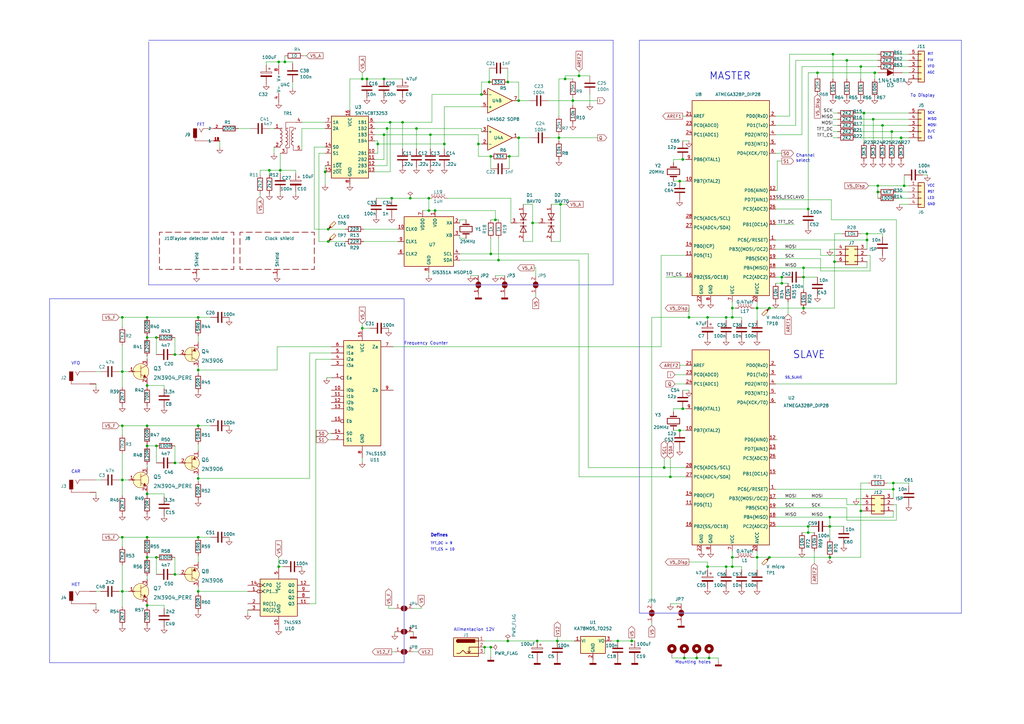
<source format=kicad_sch>
(kicad_sch (version 20230121) (generator eeschema)
  (paper "A3")
  (title_block (title "Display TS-520") (date "2023-08-06") (rev "1.0") (comment 1 "Pere López EA3AGK"))
  (junction (at 175.895 81.28))
  (junction (at 355.6 95.885))
  (junction (at 300.355 228.6))
  (junction (at 290.195 232.41))
  (junction (at 341.63 22.225))
  (junction (at 280.67 269.875))
  (junction (at 60.325 174.625))
  (junction (at 50.165 130.175))
  (junction (at 290.195 130.175))
  (junction (at 60.325 248.285))
  (junction (at 361.95 51.435))
  (junction (at 160.655 81.28))
  (junction (at 148.59 32.385))
  (junction (at 81.28 196.215))
  (junction (at 201.295 104.14))
  (junction (at 282.575 130.175))
  (junction (at 340.36 212.09))
  (junction (at 196.215 59.055))
  (junction (at 208.915 64.135))
  (junction (at 360.045 78.74))
  (junction (at 259.08 262.89))
  (junction (at 81.28 174.625))
  (junction (at 175.895 86.36))
  (junction (at 297.815 232.41))
  (junction (at 212.725 56.515))
  (junction (at 278.765 74.295))
  (junction (at 220.345 262.89))
  (junction (at 231.775 32.385))
  (junction (at 133.35 70.485))
  (junction (at 50.165 196.85))
  (junction (at 71.755 235.585))
  (junction (at 114.3 25.4))
  (junction (at 150.495 32.385))
  (junction (at 347.345 24.765))
  (junction (at 340.36 215.9))
  (junction (at 170.815 52.705))
  (junction (at 300.355 130.175))
  (junction (at 64.135 228.6))
  (junction (at 331.47 215.9))
  (junction (at 300.355 232.41))
  (junction (at 50.165 220.345))
  (junction (at 310.515 228.6))
  (junction (at 60.325 202.565))
  (junction (at 198.755 265.43))
  (junction (at 354.33 46.355))
  (junction (at 148.59 134.62))
  (junction (at 360.045 76.2))
  (junction (at 234.95 41.275))
  (junction (at 335.28 29.845))
  (junction (at 208.28 262.89))
  (junction (at 310.515 126.365))
  (junction (at 329.565 113.665))
  (junction (at 60.325 138.43))
  (junction (at 285.75 269.875))
  (junction (at 81.28 130.175))
  (junction (at 50.165 174.625))
  (junction (at 71.755 145.415))
  (junction (at 60.325 158.115))
  (junction (at 158.75 52.705))
  (junction (at 81.28 220.345))
  (junction (at 300.355 126.365))
  (junction (at 315.595 228.6))
  (junction (at 134.62 93.98))
  (junction (at 353.06 27.305))
  (junction (at 50.165 152.4))
  (junction (at 81.28 242.57))
  (junction (at 358.14 48.895))
  (junction (at 200.66 33.655))
  (junction (at 197.485 38.735))
  (junction (at 203.2 90.17))
  (junction (at 50.165 242.57))
  (junction (at 280.035 65.405))
  (junction (at 366.395 200.66))
  (junction (at 274.955 195.58))
  (junction (at 353.06 209.55))
  (junction (at 60.325 220.345))
  (junction (at 370.84 76.2))
  (junction (at 64.135 138.43))
  (junction (at 160.02 50.165))
  (junction (at 366.395 198.12))
  (junction (at 134.62 99.06))
  (junction (at 154.94 59.055))
  (junction (at 358.775 29.845))
  (junction (at 64.135 182.88))
  (junction (at 60.325 228.6))
  (junction (at 157.48 32.385))
  (junction (at 329.565 109.855))
  (junction (at 176.53 55.245))
  (junction (at 342.265 107.315))
  (junction (at 320.675 116.205))
  (junction (at 355.6 98.425))
  (junction (at 229.87 83.82))
  (junction (at 168.275 81.28))
  (junction (at 218.44 91.44))
  (junction (at 331.47 218.44))
  (junction (at 229.235 56.515))
  (junction (at 60.325 130.175))
  (junction (at 297.815 130.175))
  (junction (at 116.84 25.4))
  (junction (at 369.57 56.515))
  (junction (at 178.435 86.36))
  (junction (at 365.76 53.975))
  (junction (at 331.47 85.725))
  (junction (at 280.035 167.64))
  (junction (at 340.36 228.6))
  (junction (at 182.245 59.055))
  (junction (at 278.765 176.53))
  (junction (at 110.49 69.85))
  (junction (at 272.415 191.77))
  (junction (at 315.595 126.365))
  (junction (at 290.83 269.875))
  (junction (at 114.935 69.85))
  (junction (at 208.28 33.655))
  (junction (at 228.6 262.89))
  (junction (at 157.48 55.245))
  (junction (at 201.295 265.43))
  (junction (at 201.295 64.135))
  (junction (at 81.28 151.765))
  (junction (at 165.1 50.165))
  (junction (at 60.325 182.88))
  (junction (at 114.3 232.41))
  (junction (at 71.755 189.865))
  (junction (at 212.725 41.275))
  (junction (at 237.49 31.115))
  (junction (at 204.47 106.68))
  (junction (at 329.565 126.365))
  (junction (at 253.365 262.89))
  (junction (at 320.675 113.665))
  (wire (pts (xy 280.035 167.64) (xy 281.305 167.64)))
  (wire (pts (xy 300.355 226.06) (xy 300.355 228.6)))
  (wire (pts (xy 300.355 228.6) (xy 301.625 228.6)))
  (polyline (pts (xy 165.735 122.555) (xy 165.735 271.78)))
  (wire (pts (xy 109.22 25.4) (xy 114.3 25.4)))
  (wire (pts (xy 237.49 195.58) (xy 237.49 106.68)))
  (wire (pts (xy 148.59 187.96) (xy 148.59 189.23)))
  (wire (pts (xy 341.63 48.895) (xy 343.535 48.895)))
  (wire (pts (xy 214.63 99.06) (xy 218.44 99.06)))
  (wire (pts (xy 153.67 67.945) (xy 158.75 67.945)))
  (wire (pts (xy 272.415 187.96) (xy 272.415 191.77)))
  (wire (pts (xy 318.135 98.425) (xy 355.6 98.425)))
  (wire (pts (xy 272.415 191.77) (xy 281.305 191.77)))
  (wire (pts (xy 170.815 52.705) (xy 170.815 60.96)))
  (wire (pts (xy 342.265 95.885) (xy 342.265 107.315)))
  (wire (pts (xy 341.63 51.435) (xy 343.535 51.435)))
  (wire (pts (xy 276.225 176.53) (xy 278.765 176.53)))
  (wire (pts (xy 282.575 130.175) (xy 290.195 130.175)))
  (wire (pts (xy 161.925 259.715) (xy 161.925 259.08)))
  (wire (pts (xy 347.345 24.765) (xy 347.345 32.385)))
  (wire (pts (xy 208.28 27.94) (xy 208.28 33.655)))
  (wire (pts (xy 318.135 81.915) (xy 340.995 81.915)))
  (wire (pts (xy 196.215 55.245) (xy 196.215 59.055)))
  (wire (pts (xy 276.86 153.67) (xy 281.305 153.67)))
  (wire (pts (xy 228.6 260.985) (xy 228.6 262.89)))
  (wire (pts (xy 176.53 55.245) (xy 196.215 55.245)))
  (wire (pts (xy 149.225 93.98) (xy 163.195 93.98)))
  (wire (pts (xy 309.245 228.6) (xy 310.515 228.6)))
  (wire (pts (xy 165.1 50.165) (xy 165.1 60.96)))
  (wire (pts (xy 353.06 27.305) (xy 353.06 32.385)))
  (wire (pts (xy 250.825 262.89) (xy 253.365 262.89)))
  (wire (pts (xy 353.06 209.55) (xy 353.695 209.55)))
  (wire (pts (xy 361.95 97.155) (xy 361.95 95.885)))
  (wire (pts (xy 39.37 157.48) (xy 39.37 158.75)))
  (wire (pts (xy 304.165 232.41) (xy 304.165 233.68)))
  (wire (pts (xy 71.755 145.415) (xy 73.66 145.415)))
  (wire (pts (xy 367.665 90.17) (xy 340.995 90.17)))
  (wire (pts (xy 114.935 62.865) (xy 114.935 69.85)))
  (wire (pts (xy 358.775 29.845) (xy 335.28 29.845)))
  (wire (pts (xy 175.895 86.36) (xy 178.435 86.36)))
  (wire (pts (xy 198.755 262.89) (xy 208.28 262.89)))
  (wire (pts (xy 114.3 25.4) (xy 116.84 25.4)))
  (wire (pts (xy 360.045 22.225) (xy 341.63 22.225)))
  (wire (pts (xy 201.295 265.43) (xy 198.755 265.43)))
  (wire (pts (xy 81.28 151.765) (xy 81.28 153.035)))
  (wire (pts (xy 50.165 152.4) (xy 52.705 152.4)))
  (wire (pts (xy 360.045 24.765) (xy 347.345 24.765)))
  (wire (pts (xy 39.37 196.85) (xy 41.275 196.85)))
  (wire (pts (xy 106.68 69.85) (xy 110.49 69.85)))
  (wire (pts (xy 143.51 32.385) (xy 143.51 45.085)))
  (wire (pts (xy 329.565 109.855) (xy 329.565 113.665)))
  (wire (pts (xy 60.325 248.285) (xy 60.325 248.92)))
  (polyline (pts (xy 251.46 16.51) (xy 251.46 116.84)))
  (wire (pts (xy 356.87 111.125) (xy 356.87 104.775)))
  (wire (pts (xy 182.245 43.815) (xy 182.245 59.055)))
  (wire (pts (xy 101.6 250.19) (xy 101.6 251.46)))
  (wire (pts (xy 354.33 46.355) (xy 372.745 46.355)))
  (wire (pts (xy 372.745 199.39) (xy 372.745 198.12)))
  (wire (pts (xy 318.135 106.045) (xy 336.55 106.045)))
  (wire (pts (xy 196.215 59.055) (xy 197.485 59.055)))
  (wire (pts (xy 234.95 41.275) (xy 245.11 41.275)))
  (wire (pts (xy 165.1 50.165) (xy 177.165 50.165)))
  (wire (pts (xy 81.28 150.495) (xy 81.28 151.765)))
  (wire (pts (xy 276.225 65.405) (xy 280.035 65.405)))
  (wire (pts (xy 134.62 93.98) (xy 128.905 93.98)))
  (wire (pts (xy 60.325 157.48) (xy 60.325 158.115)))
  (wire (pts (xy 340.995 90.17) (xy 340.995 81.915)))
  (wire (pts (xy 274.955 187.96) (xy 274.955 195.58)))
  (wire (pts (xy 133.985 154.94) (xy 135.89 154.94)))
  (wire (pts (xy 328.93 218.44) (xy 331.47 218.44)))
  (wire (pts (xy 370.205 29.845) (xy 372.745 29.845)))
  (wire (pts (xy 60.325 137.795) (xy 60.325 138.43)))
  (wire (pts (xy 226.06 99.06) (xy 229.87 99.06)))
  (wire (pts (xy 231.775 32.385) (xy 234.95 32.385)))
  (wire (pts (xy 361.95 51.435) (xy 372.745 51.435)))
  (wire (pts (xy 340.36 212.09) (xy 340.36 215.9)))
  (wire (pts (xy 214.63 83.82) (xy 218.44 83.82)))
  (wire (pts (xy 229.235 56.515) (xy 229.235 57.785)))
  (wire (pts (xy 50.165 196.85) (xy 52.705 196.85)))
  (wire (pts (xy 366.395 200.66) (xy 366.395 204.47)))
  (wire (pts (xy 358.14 48.895) (xy 358.14 58.42)))
  (wire (pts (xy 323.85 22.225) (xy 323.85 47.625)))
  (wire (pts (xy 173.355 86.36) (xy 175.895 86.36)))
  (wire (pts (xy 81.28 194.945) (xy 81.28 196.215)))
  (wire (pts (xy 229.235 56.515) (xy 245.11 56.515)))
  (wire (pts (xy 168.275 81.28) (xy 175.895 81.28)))
  (wire (pts (xy 90.17 57.785) (xy 90.17 60.325)))
  (wire (pts (xy 60.325 247.65) (xy 60.325 248.285)))
  (wire (pts (xy 318.77 78.105) (xy 318.135 78.105)))
  (wire (pts (xy 50.165 242.57) (xy 52.705 242.57)))
  (wire (pts (xy 367.665 213.36) (xy 367.665 207.01)))
  (wire (pts (xy 367.665 78.74) (xy 372.745 78.74)))
  (wire (pts (xy 160.02 50.165) (xy 160.02 70.485)))
  (wire (pts (xy 48.895 242.57) (xy 50.165 242.57)))
  (wire (pts (xy 347.345 24.765) (xy 326.39 24.765)))
  (wire (pts (xy 335.28 29.845) (xy 331.47 29.845)))
  (wire (pts (xy 158.75 52.705) (xy 170.815 52.705)))
  (wire (pts (xy 367.665 22.225) (xy 372.745 22.225)))
  (wire (pts (xy 331.47 215.9) (xy 331.47 218.44)))
  (wire (pts (xy 341.63 56.515) (xy 343.535 56.515)))
  (wire (pts (xy 130.81 62.865) (xy 130.81 99.06)))
  (wire (pts (xy 276.225 167.64) (xy 280.035 167.64)))
  (wire (pts (xy 234.95 41.275) (xy 234.95 43.18)))
  (wire (pts (xy 318.135 212.09) (xy 340.36 212.09)))
  (wire (pts (xy 318.135 116.205) (xy 320.675 116.205)))
  (wire (pts (xy 351.155 56.515) (xy 369.57 56.515)))
  (wire (pts (xy 148.59 134.62) (xy 151.765 134.62)))
  (wire (pts (xy 123.825 52.705) (xy 133.35 52.705)))
  (wire (pts (xy 366.395 198.12) (xy 366.395 200.66)))
  (wire (pts (xy 304.165 130.175) (xy 304.165 131.445)))
  (wire (pts (xy 297.815 130.175) (xy 297.815 131.445)))
  (wire (pts (xy 300.355 228.6) (xy 300.355 232.41)))
  (polyline (pts (xy 251.46 116.84) (xy 60.96 116.84)))
  (wire (pts (xy 229.87 83.82) (xy 232.41 83.82)))
  (wire (pts (xy 120.015 36.195) (xy 120.015 33.655)))
  (wire (pts (xy 60.325 146.05) (xy 60.325 147.32)))
  (wire (pts (xy 153.67 52.705) (xy 158.75 52.705)))
  (wire (pts (xy 367.665 157.48) (xy 318.135 157.48)))
  (wire (pts (xy 149.225 99.06) (xy 163.195 99.06)))
  (wire (pts (xy 276.225 168.91) (xy 276.225 167.64)))
  (wire (pts (xy 39.37 152.4) (xy 41.275 152.4)))
  (wire (pts (xy 320.675 116.205) (xy 323.215 116.205)))
  (wire (pts (xy 280.035 47.625) (xy 281.305 47.625)))
  (wire (pts (xy 121.285 78.74) (xy 121.285 79.375)))
  (wire (pts (xy 197.485 52.705) (xy 197.485 53.975)))
  (polyline (pts (xy 262.255 16.51) (xy 394.335 16.51)))
  (wire (pts (xy 60.325 190.5) (xy 60.325 191.77)))
  (wire (pts (xy 290.195 230.505) (xy 290.195 232.41)))
  (wire (pts (xy 208.28 33.655) (xy 212.725 33.655)))
  (wire (pts (xy 114.3 232.41) (xy 116.205 232.41)))
  (wire (pts (xy 280.67 269.875) (xy 285.75 269.875)))
  (wire (pts (xy 358.775 29.845) (xy 358.775 32.385)))
  (wire (pts (xy 120.015 25.4) (xy 120.015 26.035)))
  (wire (pts (xy 106.68 71.755) (xy 106.68 69.85)))
  (wire (pts (xy 367.665 81.28) (xy 372.745 81.28)))
  (wire (pts (xy 218.44 91.44) (xy 220.98 91.44)))
  (wire (pts (xy 159.385 249.555) (xy 159.385 248.285)))
  (wire (pts (xy 300.355 130.175) (xy 304.165 130.175)))
  (wire (pts (xy 114.935 79.375) (xy 114.935 78.74)))
  (wire (pts (xy 351.155 53.975) (xy 365.76 53.975)))
  (wire (pts (xy 208.28 262.89) (xy 220.345 262.89)))
  (wire (pts (xy 335.28 29.845) (xy 335.28 31.115)))
  (wire (pts (xy 39.37 242.57) (xy 41.275 242.57)))
  (wire (pts (xy 356.87 104.775) (xy 355.6 104.775)))
  (wire (pts (xy 315.595 228.6) (xy 340.36 228.6)))
  (wire (pts (xy 341.63 22.225) (xy 341.63 32.385)))
  (wire (pts (xy 208.915 64.135) (xy 212.725 64.135)))
  (wire (pts (xy 341.63 22.225) (xy 323.85 22.225)))
  (wire (pts (xy 367.665 207.01) (xy 366.395 207.01)))
  (wire (pts (xy 170.815 52.705) (xy 197.485 52.705)))
  (wire (pts (xy 340.36 102.235) (xy 342.9 102.235)))
  (wire (pts (xy 93.98 130.175) (xy 93.98 130.81)))
  (wire (pts (xy 154.94 59.055) (xy 154.94 62.865)))
  (wire (pts (xy 231.775 31.115) (xy 231.775 32.385)))
  (wire (pts (xy 318.135 92.075) (xy 325.755 92.075)))
  (wire (pts (xy 200.66 27.94) (xy 200.66 33.655)))
  (wire (pts (xy 64.135 182.88) (xy 64.135 189.865)))
  (wire (pts (xy 60.325 236.22) (xy 60.325 237.49)))
  (wire (pts (xy 48.895 130.175) (xy 50.165 130.175)))
  (wire (pts (xy 272.415 191.77) (xy 241.3 191.77)))
  (wire (pts (xy 39.37 247.65) (xy 39.37 248.92)))
  (wire (pts (xy 341.63 53.975) (xy 343.535 53.975)))
  (wire (pts (xy 50.165 248.92) (xy 50.165 242.57)))
  (wire (pts (xy 124.46 22.86) (xy 125.73 22.86)))
  (wire (pts (xy 60.325 227.965) (xy 60.325 228.6)))
  (wire (pts (xy 113.665 142.24) (xy 135.89 142.24)))
  (wire (pts (xy 355.6 95.885) (xy 355.6 98.425)))
  (wire (pts (xy 218.44 83.82) (xy 218.44 91.44)))
  (wire (pts (xy 370.84 76.2) (xy 372.745 76.2)))
  (wire (pts (xy 282.575 126.365) (xy 282.575 130.175)))
  (wire (pts (xy 50.165 141.605) (xy 50.165 152.4)))
  (wire (pts (xy 176.53 55.245) (xy 176.53 60.96)))
  (wire (pts (xy 153.67 65.405) (xy 157.48 65.405)))
  (wire (pts (xy 60.325 201.93) (xy 60.325 202.565)))
  (wire (pts (xy 81.28 196.215) (xy 127 196.215)))
  (wire (pts (xy 366.395 212.09) (xy 366.395 209.55)))
  (wire (pts (xy 353.06 198.12) (xy 356.235 198.12)))
  (wire (pts (xy 123.825 50.165) (xy 133.35 50.165)))
  (wire (pts (xy 201.295 265.43) (xy 201.295 269.24)))
  (wire (pts (xy 273.05 113.665) (xy 281.305 113.665)))
  (wire (pts (xy 158.75 52.705) (xy 158.75 67.945)))
  (wire (pts (xy 342.265 126.365) (xy 342.265 107.315)))
  (wire (pts (xy 50.165 130.175) (xy 60.325 130.175)))
  (wire (pts (xy 153.67 50.165) (xy 160.02 50.165)))
  (polyline (pts (xy 262.255 251.46) (xy 394.335 251.46)))
  (wire (pts (xy 318.135 204.47) (xy 347.345 204.47)))
  (wire (pts (xy 175.895 111.76) (xy 175.895 113.03)))
  (polyline (pts (xy 60.96 16.51) (xy 251.46 16.51)))
  (wire (pts (xy 309.245 126.365) (xy 310.515 126.365)))
  (wire (pts (xy 67.31 248.285) (xy 60.325 248.285)))
  (wire (pts (xy 370.84 71.755) (xy 370.84 76.2)))
  (wire (pts (xy 267.335 130.175) (xy 267.335 247.65)))
  (wire (pts (xy 71.755 138.43) (xy 71.755 145.415)))
  (wire (pts (xy 212.725 33.655) (xy 212.725 41.275)))
  (wire (pts (xy 127 144.78) (xy 135.89 144.78)))
  (wire (pts (xy 133.35 67.945) (xy 133.35 70.485)))
  (wire (pts (xy 50.165 133.985) (xy 50.165 130.175)))
  (wire (pts (xy 50.165 224.155) (xy 50.165 220.345)))
  (wire (pts (xy 114.3 228.6) (xy 114.3 232.41)))
  (wire (pts (xy 110.49 69.85) (xy 114.935 69.85)))
  (wire (pts (xy 220.345 262.89) (xy 228.6 262.89)))
  (wire (pts (xy 106.68 80.645) (xy 106.68 79.375)))
  (polyline (pts (xy 262.255 16.51) (xy 262.255 251.46)))
  (wire (pts (xy 60.325 182.245) (xy 60.325 182.88)))
  (wire (pts (xy 368.935 83.82) (xy 372.745 83.82)))
  (wire (pts (xy 351.155 48.895) (xy 358.14 48.895)))
  (wire (pts (xy 297.815 232.41) (xy 297.815 233.68)))
  (wire (pts (xy 297.815 232.41) (xy 300.355 232.41)))
  (wire (pts (xy 226.06 83.82) (xy 229.87 83.82)))
  (wire (pts (xy 259.08 262.89) (xy 260.35 262.89)))
  (wire (pts (xy 323.215 123.825) (xy 323.215 128.905)))
  (wire (pts (xy 203.2 90.17) (xy 203.2 86.36)))
  (wire (pts (xy 127 247.65) (xy 129.54 247.65)))
  (wire (pts (xy 93.98 174.625) (xy 93.98 175.26)))
  (wire (pts (xy 71.755 235.585) (xy 73.66 235.585)))
  (wire (pts (xy 366.395 198.12) (xy 372.745 198.12)))
  (wire (pts (xy 197.485 33.655) (xy 197.485 38.735)))
  (wire (pts (xy 358.14 48.895) (xy 372.745 48.895)))
  (wire (pts (xy 50.165 158.75) (xy 50.165 152.4)))
  (polyline (pts (xy 60.96 17.145) (xy 60.96 116.84)))
  (wire (pts (xy 110.49 52.705) (xy 112.395 52.705)))
  (wire (pts (xy 48.895 152.4) (xy 50.165 152.4)))
  (wire (pts (xy 183.515 81.28) (xy 209.55 81.28)))
  (wire (pts (xy 278.765 176.53) (xy 281.305 176.53)))
  (wire (pts (xy 201.295 90.17) (xy 203.2 90.17)))
  (wire (pts (xy 182.245 59.055) (xy 182.245 60.96)))
  (wire (pts (xy 134.62 180.34) (xy 135.89 180.34)))
  (wire (pts (xy 237.49 29.21) (xy 237.49 31.115)))
  (wire (pts (xy 154.94 59.055) (xy 182.245 59.055)))
  (wire (pts (xy 241.935 42.545) (xy 241.935 38.735)))
  (wire (pts (xy 161.925 249.555) (xy 159.385 249.555)))
  (wire (pts (xy 329.565 109.855) (xy 355.6 109.855)))
  (wire (pts (xy 60.325 138.43) (xy 64.135 138.43)))
  (wire (pts (xy 67.31 202.565) (xy 60.325 202.565)))
  (wire (pts (xy 347.345 204.47) (xy 347.345 207.01)))
  (wire (pts (xy 60.325 228.6) (xy 64.135 228.6)))
  (wire (pts (xy 60.325 158.115) (xy 60.325 158.75)))
  (wire (pts (xy 157.48 32.385) (xy 165.1 32.385)))
  (wire (pts (xy 191.135 97.79) (xy 188.595 97.79)))
  (polyline (pts (xy 394.335 16.51) (xy 394.335 251.46)))
  (wire (pts (xy 271.145 104.775) (xy 281.305 104.775)))
  (wire (pts (xy 328.93 55.245) (xy 318.135 55.245)))
  (wire (pts (xy 318.135 215.9) (xy 331.47 215.9)))
  (wire (pts (xy 153.67 55.245) (xy 157.48 55.245)))
  (wire (pts (xy 318.135 109.855) (xy 329.565 109.855)))
  (wire (pts (xy 310.515 228.6) (xy 315.595 228.6)))
  (wire (pts (xy 188.595 90.17) (xy 188.595 91.44)))
  (wire (pts (xy 129.54 147.32) (xy 129.54 247.65)))
  (wire (pts (xy 172.72 249.555) (xy 172.72 248.92)))
  (wire (pts (xy 130.81 62.865) (xy 133.35 62.865)))
  (wire (pts (xy 50.165 178.435) (xy 50.165 174.625)))
  (wire (pts (xy 271.145 142.24) (xy 271.145 104.775)))
  (polyline (pts (xy 20.32 122.555) (xy 165.735 122.555)))
  (wire (pts (xy 188.595 96.52) (xy 188.595 97.79)))
  (wire (pts (xy 67.31 158.115) (xy 60.325 158.115)))
  (wire (pts (xy 81.28 182.245) (xy 81.28 184.785)))
  (wire (pts (xy 331.47 29.845) (xy 331.47 85.725)))
  (wire (pts (xy 175.895 81.28) (xy 175.895 86.36)))
  (wire (pts (xy 331.47 215.9) (xy 332.74 215.9)))
  (wire (pts (xy 318.135 62.865) (xy 320.675 62.865)))
  (wire (pts (xy 229.87 99.06) (xy 229.87 83.82)))
  (wire (pts (xy 110.49 69.85) (xy 110.49 71.755)))
  (wire (pts (xy 123.825 61.595) (xy 123.825 52.705)))
  (wire (pts (xy 367.665 157.48) (xy 367.665 90.17)))
  (wire (pts (xy 278.765 74.295) (xy 281.305 74.295)))
  (wire (pts (xy 320.675 113.665) (xy 321.945 113.665)))
  (wire (pts (xy 353.06 27.305) (xy 328.93 27.305)))
  (wire (pts (xy 134.62 177.8) (xy 135.89 177.8)))
  (wire (pts (xy 297.815 130.175) (xy 300.355 130.175)))
  (wire (pts (xy 200.66 33.655) (xy 197.485 33.655)))
  (wire (pts (xy 177.165 38.735) (xy 197.485 38.735)))
  (wire (pts (xy 81.28 242.57) (xy 101.6 242.57)))
  (polyline (pts (xy 165.735 271.78) (xy 20.32 271.78)))
  (wire (pts (xy 355.6 109.855) (xy 355.6 107.315)))
  (wire (pts (xy 310.515 126.365) (xy 315.595 126.365)))
  (wire (pts (xy 294.64 271.145) (xy 294.64 269.875)))
  (wire (pts (xy 231.775 31.115) (xy 237.49 31.115)))
  (wire (pts (xy 351.155 51.435) (xy 361.95 51.435)))
  (wire (pts (xy 315.595 126.365) (xy 329.565 126.365)))
  (wire (pts (xy 212.725 56.515) (xy 217.805 56.515)))
  (wire (pts (xy 329.565 113.665) (xy 335.28 113.665)))
  (wire (pts (xy 81.28 242.57) (xy 81.28 243.205)))
  (wire (pts (xy 67.31 249.555) (xy 67.31 248.285)))
  (wire (pts (xy 342.265 107.315) (xy 342.9 107.315)))
  (wire (pts (xy 280.035 57.785) (xy 282.575 57.785)))
  (wire (pts (xy 290.195 232.41) (xy 290.195 233.68)))
  (wire (pts (xy 81.28 196.215) (xy 81.28 197.485)))
  (wire (pts (xy 300.355 232.41) (xy 304.165 232.41)))
  (wire (pts (xy 127 144.78) (xy 127 196.215)))
  (wire (pts (xy 157.48 55.245) (xy 157.48 65.405)))
  (wire (pts (xy 369.57 56.515) (xy 369.57 58.42)))
  (wire (pts (xy 48.895 174.625) (xy 50.165 174.625)))
  (wire (pts (xy 153.67 57.785) (xy 154.94 57.785)))
  (wire (pts (xy 201.295 97.79) (xy 201.295 104.14)))
  (wire (pts (xy 81.28 227.965) (xy 81.28 230.505)))
  (wire (pts (xy 154.94 57.785) (xy 154.94 59.055)))
  (wire (pts (xy 159.385 134.62) (xy 159.385 135.255)))
  (wire (pts (xy 274.955 247.65) (xy 279.4 247.65)))
  (wire (pts (xy 367.665 27.305) (xy 372.745 27.305)))
  (wire (pts (xy 50.165 220.345) (xy 60.325 220.345)))
  (wire (pts (xy 157.48 55.245) (xy 176.53 55.245)))
  (wire (pts (xy 116.84 25.4) (xy 120.015 25.4)))
  (wire (pts (xy 228.6 262.89) (xy 235.585 262.89)))
  (wire (pts (xy 209.55 91.44) (xy 209.55 81.28)))
  (wire (pts (xy 318.135 200.66) (xy 366.395 200.66)))
  (wire (pts (xy 81.28 151.765) (xy 113.665 151.765)))
  (wire (pts (xy 50.165 174.625) (xy 60.325 174.625)))
  (wire (pts (xy 340.36 212.09) (xy 366.395 212.09)))
  (wire (pts (xy 196.215 59.055) (xy 196.215 64.135)))
  (wire (pts (xy 154.305 81.28) (xy 160.655 81.28)))
  (wire (pts (xy 148.59 132.715) (xy 148.59 134.62)))
  (wire (pts (xy 353.06 95.885) (xy 355.6 95.885)))
  (wire (pts (xy 310.515 228.6) (xy 310.515 226.06)))
  (wire (pts (xy 275.59 269.875) (xy 280.67 269.875)))
  (wire (pts (xy 342.265 95.885) (xy 345.44 95.885)))
  (wire (pts (xy 276.225 66.675) (xy 276.225 65.405)))
  (wire (pts (xy 48.895 196.85) (xy 50.165 196.85)))
  (wire (pts (xy 161.29 142.24) (xy 271.145 142.24)))
  (wire (pts (xy 188.595 106.68) (xy 204.47 106.68)))
  (wire (pts (xy 67.31 203.835) (xy 67.31 202.565)))
  (wire (pts (xy 153.67 62.865) (xy 154.94 62.865)))
  (wire (pts (xy 329.565 126.365) (xy 342.265 126.365)))
  (wire (pts (xy 133.35 70.485) (xy 133.35 75.565)))
  (wire (pts (xy 336.55 102.235) (xy 336.55 104.775)))
  (wire (pts (xy 229.235 55.245) (xy 229.235 56.515)))
  (wire (pts (xy 113.665 142.24) (xy 113.665 151.765)))
  (wire (pts (xy 367.665 24.765) (xy 372.745 24.765)))
  (wire (pts (xy 290.195 130.175) (xy 297.815 130.175)))
  (wire (pts (xy 193.04 113.03) (xy 196.215 113.03)))
  (wire (pts (xy 310.515 228.6) (xy 310.515 233.68)))
  (wire (pts (xy 360.045 76.2) (xy 360.045 78.74)))
  (wire (pts (xy 334.01 226.06) (xy 334.01 231.14)))
  (wire (pts (xy 259.08 261.62) (xy 259.08 262.89)))
  (wire (pts (xy 290.83 269.875) (xy 294.64 269.875)))
  (wire (pts (xy 48.895 220.345) (xy 50.165 220.345)))
  (wire (pts (xy 177.165 38.735) (xy 177.165 50.165)))
  (wire (pts (xy 39.37 201.93) (xy 39.37 203.2)))
  (wire (pts (xy 67.31 159.385) (xy 67.31 158.115)))
  (wire (pts (xy 290.195 232.41) (xy 297.815 232.41)))
  (wire (pts (xy 109.22 26.67) (xy 109.22 25.4)))
  (wire (pts (xy 169.545 249.555) (xy 172.72 249.555)))
  (wire (pts (xy 212.725 56.515) (xy 212.725 64.135)))
  (wire (pts (xy 280.035 160.02) (xy 282.575 160.02)))
  (wire (pts (xy 363.855 198.12) (xy 366.395 198.12)))
  (wire (pts (xy 274.955 195.58) (xy 281.305 195.58)))
  (wire (pts (xy 326.39 51.435) (xy 318.135 51.435)))
  (wire (pts (xy 182.245 43.815) (xy 197.485 43.815)))
  (wire (pts (xy 225.425 56.515) (xy 229.235 56.515)))
  (wire (pts (xy 81.28 240.665) (xy 81.28 242.57)))
  (wire (pts (xy 60.325 174.625) (xy 81.28 174.625)))
  (wire (pts (xy 355.6 98.425) (xy 355.6 102.235)))
  (wire (pts (xy 336.55 106.045) (xy 336.55 111.125)))
  (wire (pts (xy 134.62 93.98) (xy 141.605 93.98)))
  (wire (pts (xy 234.95 40.005) (xy 234.95 41.275)))
  (wire (pts (xy 160.655 81.28) (xy 168.275 81.28)))
  (wire (pts (xy 60.325 202.565) (xy 60.325 203.2)))
  (wire (pts (xy 50.165 203.2) (xy 50.165 196.85)))
  (wire (pts (xy 361.95 51.435) (xy 361.95 58.42)))
  (wire (pts (xy 310.515 126.365) (xy 310.515 123.825)))
  (wire (pts (xy 71.755 228.6) (xy 71.755 235.585)))
  (wire (pts (xy 354.33 46.355) (xy 354.33 58.42)))
  (wire (pts (xy 50.165 186.055) (xy 50.165 196.85)))
  (wire (pts (xy 318.135 208.28) (xy 347.345 208.28)))
  (wire (pts (xy 204.47 97.79) (xy 204.47 106.68)))
  (wire (pts (xy 237.49 31.115) (xy 241.935 31.115)))
  (wire (pts (xy 365.76 53.975) (xy 372.745 53.975)))
  (wire (pts (xy 134.62 99.06) (xy 130.81 99.06)))
  (wire (pts (xy 356.235 76.2) (xy 360.045 76.2)))
  (wire (pts (xy 178.435 86.36) (xy 203.2 86.36)))
  (wire (pts (xy 241.3 191.77) (xy 241.3 104.14)))
  (wire (pts (xy 351.155 204.47) (xy 353.695 204.47)))
  (wire (pts (xy 224.79 41.275) (xy 234.95 41.275)))
  (wire (pts (xy 318.135 85.725) (xy 331.47 85.725)))
  (wire (pts (xy 191.135 90.17) (xy 188.595 90.17)))
  (wire (pts (xy 128.905 60.325) (xy 133.35 60.325)))
  (wire (pts (xy 360.045 76.2) (xy 370.84 76.2)))
  (wire (pts (xy 365.76 53.975) (xy 365.76 58.42)))
  (wire (pts (xy 318.77 66.04) (xy 318.77 78.105)))
  (wire (pts (xy 360.045 78.74) (xy 360.045 81.28)))
  (wire (pts (xy 320.675 113.665) (xy 320.675 116.205)))
  (wire (pts (xy 143.51 32.385) (xy 148.59 32.385)))
  (wire (pts (xy 196.215 64.135) (xy 201.295 64.135)))
  (wire (pts (xy 229.235 32.385) (xy 231.775 32.385)))
  (wire (pts (xy 336.55 104.775) (xy 342.9 104.775)))
  (wire (pts (xy 64.135 138.43) (xy 64.135 145.415)))
  (wire (pts (xy 169.545 267.335) (xy 171.45 267.335)))
  (wire (pts (xy 280.035 65.405) (xy 281.305 65.405)))
  (wire (pts (xy 212.725 41.275) (xy 217.17 41.275)))
  (wire (pts (xy 369.57 56.515) (xy 372.745 56.515)))
  (wire (pts (xy 188.595 104.14) (xy 201.295 104.14)))
  (wire (pts (xy 282.575 230.505) (xy 290.195 230.505)))
  (polyline (pts (xy 20.32 122.555) (xy 20.32 271.78)))
  (wire (pts (xy 229.235 47.625) (xy 229.235 32.385)))
  (wire (pts (xy 285.75 269.875) (xy 290.83 269.875)))
  (wire (pts (xy 81.28 220.345) (xy 86.36 220.345)))
  (wire (pts (xy 153.67 70.485) (xy 160.02 70.485)))
  (wire (pts (xy 218.44 91.44) (xy 218.44 99.06)))
  (wire (pts (xy 320.675 66.04) (xy 318.77 66.04)))
  (wire (pts (xy 81.28 130.175) (xy 86.36 130.175)))
  (wire (pts (xy 201.295 64.135) (xy 201.295 69.215)))
  (wire (pts (xy 300.355 126.365) (xy 300.355 130.175)))
  (wire (pts (xy 326.39 24.765) (xy 326.39 51.435)))
  (wire (pts (xy 219.71 120.65) (xy 219.71 121.92)))
  (wire (pts (xy 318.135 102.235) (xy 336.55 102.235)))
  (wire (pts (xy 160.02 50.165) (xy 165.1 50.165)))
  (wire (pts (xy 318.77 180.34) (xy 318.135 180.34)))
  (wire (pts (xy 329.565 113.665) (xy 329.565 118.745)))
  (wire (pts (xy 150.495 32.385) (xy 157.48 32.385)))
  (wire (pts (xy 81.28 174.625) (xy 86.36 174.625)))
  (wire (pts (xy 360.045 29.845) (xy 358.775 29.845)))
  (wire (pts (xy 310.515 126.365) (xy 310.515 131.445)))
  (wire (pts (xy 121.285 71.12) (xy 121.285 69.85)))
  (wire (pts (xy 360.045 27.305) (xy 353.06 27.305)))
  (wire (pts (xy 300.355 123.825) (xy 300.355 126.365)))
  (wire (pts (xy 112.395 60.325) (xy 112.395 62.865)))
  (wire (pts (xy 114.935 69.85) (xy 121.285 69.85)))
  (wire (pts (xy 60.325 130.175) (xy 81.28 130.175)))
  (wire (pts (xy 169.545 259.715) (xy 169.545 259.08)))
  (wire (pts (xy 160.655 267.335) (xy 161.925 267.335)))
  (wire (pts (xy 340.36 215.9) (xy 340.36 220.98)))
  (wire (pts (xy 336.55 111.125) (xy 356.87 111.125)))
  (wire (pts (xy 198.755 265.43) (xy 198.755 267.97)))
  (wire (pts (xy 208.915 64.135) (xy 208.915 69.215)))
  (wire (pts (xy 203.2 113.03) (xy 207.01 113.03)))
  (wire (pts (xy 123.825 232.41) (xy 123.825 233.045)))
  (wire (pts (xy 331.47 218.44) (xy 334.01 218.44)))
  (wire (pts (xy 60.325 182.88) (xy 64.135 182.88)))
  (wire (pts (xy 134.62 99.06) (xy 141.605 99.06)))
  (wire (pts (xy 318.135 113.665) (xy 320.675 113.665)))
  (wire (pts (xy 71.755 182.88) (xy 71.755 189.865)))
  (wire (pts (xy 219.71 109.855) (xy 219.075 109.855)))
  (wire (pts (xy 203.2 90.17) (xy 204.47 90.17)))
  (wire (pts (xy 116.84 22.86) (xy 116.84 25.4)))
  (wire (pts (xy 219.71 113.03) (xy 219.71 109.855)))
  (wire (pts (xy 267.335 130.175) (xy 282.575 130.175)))
  (wire (pts (xy 355.6 95.885) (xy 361.95 95.885)))
  (wire (pts (xy 328.93 27.305) (xy 328.93 55.245)))
  (wire (pts (xy 347.345 208.28) (xy 347.345 213.36)))
  (wire (pts (xy 267.335 255.27) (xy 267.335 256.54)))
  (wire (pts (xy 97.79 52.705) (xy 102.87 52.705)))
  (wire (pts (xy 71.755 189.865) (xy 73.66 189.865)))
  (wire (pts (xy 148.59 29.845) (xy 148.59 32.385)))
  (wire (pts (xy 50.165 231.775) (xy 50.165 242.57)))
  (wire (pts (xy 93.98 220.345) (xy 93.98 220.98)))
  (wire (pts (xy 378.46 71.755) (xy 380.365 71.755)))
  (wire (pts (xy 318.135 47.625) (xy 323.85 47.625)))
  (wire (pts (xy 353.06 228.6) (xy 353.06 209.55)))
  (wire (pts (xy 64.135 228.6) (xy 64.135 235.585)))
  (wire (pts (xy 114.935 69.85) (xy 114.935 71.12)))
  (wire (pts (xy 274.955 195.58) (xy 237.49 195.58)))
  (wire (pts (xy 278.765 149.86) (xy 281.305 149.86)))
  (wire (pts (xy 347.345 213.36) (xy 367.665 213.36)))
  (wire (pts (xy 253.365 262.89) (xy 259.08 262.89)))
  (wire (pts (xy 204.47 106.68) (xy 237.49 106.68)))
  (wire (pts (xy 129.54 147.32) (xy 135.89 147.32)))
  (wire (pts (xy 347.345 207.01) (xy 353.695 207.01)))
  (wire (pts (xy 148.59 32.385) (xy 150.495 32.385)))
  (wire (pts (xy 60.325 220.345) (xy 81.28 220.345)))
  (wire (pts (xy 128.905 60.325) (xy 128.905 93.98)))
  (wire (pts (xy 276.225 74.295) (xy 278.765 74.295)))
  (wire (pts (xy 341.63 46.355) (xy 343.535 46.355)))
  (wire (pts (xy 276.86 157.48) (xy 281.305 157.48)))
  (wire (pts (xy 201.295 104.14) (xy 241.3 104.14)))
  (wire (pts (xy 353.06 198.12) (xy 353.06 209.55)))
  (wire (pts (xy 114.3 25.4) (xy 114.3 26.67)))
  (wire (pts (xy 351.155 46.355) (xy 354.33 46.355)))
  (wire (pts (xy 340.36 215.9) (xy 346.075 215.9)))
  (wire (pts (xy 81.28 137.795) (xy 81.28 140.335)))
  (wire (pts (xy 340.36 228.6) (xy 353.06 228.6)))
  (wire (pts (xy 300.355 126.365) (xy 301.625 126.365)))
  (wire (pts (xy 290.195 130.175) (xy 290.195 131.445)))
  (text "D/C" (at 380.365 54.61 0) (effects (font (size 1 1)) (justify left bottom)))
  (text "SCK" (at 380.365 46.99 0) (effects (font (size 1 1)) (justify left bottom)))
  (text "MOSI" (at 380.365 52.07 0) (effects (font (size 1 1)) (justify left bottom)))
  (text "Channel \nselect" (at 326.39 66.675 0) (effects (font (size 1.27 1.27)) (justify left bottom)))
  (text "CAR" (at 29.21 194.31 0) (effects (font (size 1.27 1.27)) (justify left bottom)))
  (text "To Display" (at 373.38 40.005 0) (effects (font (size 1.27 1.27)) (justify left bottom)))
  (text "Frequency Counter" (at 165.735 141.605 0) (effects (font (size 1.27 1.27)) (justify left bottom)))
  (text "VFO" (at 29.21 149.86 0) (effects (font (size 1.27 1.27)) (justify left bottom)))
  (text "VFO" (at 380.365 27.94 0) (effects (font (size 1 1)) (justify left bottom)))
  (text "RIT" (at 380.365 22.86 0) (effects (font (size 1 1)) (justify left bottom)))
  (text "FIX" (at 380.365 25.4 0) (effects (font (size 1 1)) (justify left bottom)))
  (text "Defines" (at 176.53 220.345 0) (effects (font (size 1.27 1.27) (thickness 0.254) bold) (justify left bottom)))
  (text "VCC" (at 380.365 76.835 0) (effects (font (size 1 1)) (justify left bottom)))
  (text "TFT_CS = 10" (at 176.53 226.06 0) (effects (font (size 1 1)) (justify left bottom)))
  (text "LED" (at 380.365 81.915 0) (effects (font (size 1 1)) (justify left bottom)))
  (text "FFT" (at 80.645 52.07 0) (effects (font (size 1.27 1.27)) (justify left bottom)))
  (text "MASTER" (at 290.83 33.02 0) (effects (font (size 3 3) (thickness 0.254) bold) (justify left bottom)))
  (text "TFT_DC = 9" (at 176.53 223.52 0) (effects (font (size 1 1)) (justify left bottom)))
  (text "GND" (at 380.365 84.455 0) (effects (font (size 1 1)) (justify left bottom)))
  (text "SLAVE" (at 325.12 147.32 0) (effects (font (size 3 3) (thickness 0.254) bold) (justify left bottom)))
  (text "CS" (at 380.365 57.15 0) (effects (font (size 1 1)) (justify left bottom)))
  (text "HET" (at 29.21 240.665 0) (effects (font (size 1.27 1.27)) (justify left bottom)))
  (text "Alimentacion 12V" (at 186.055 259.08 0) (effects (font (size 1.27 1.27)) (justify left bottom)))
  (text "AGC" (at 380.365 30.48 0) (effects (font (size 1 1)) (justify left bottom)))
  (text "SS_SLAVE" (at 321.945 155.575 0) (effects (font (size 1 1)) (justify left bottom)))
  (text "MISO" (at 380.365 49.53 0) (effects (font (size 1 1)) (justify left bottom)))
  (text "Mounting holes" (at 276.86 272.415 0) (effects (font (size 1.27 1.27)) (justify left bottom)))
  (text "RST" (at 380.365 79.375 0) (effects (font (size 1 1)) (justify left bottom)))
  (label "TFT_DC" (at 325.755 92.075 180))
  (label "SCK" (at 321.945 208.28 0))
  (label "TFT_CS" (at 273.05 113.665 0))
  (label "MOSI" (at 321.945 204.47 0))
  (label "MOSI" (at 321.945 102.235 0))
  (label "SS_ESCLAVO" (at 318.135 81.915 0))
  (label "MISO" (at 332.74 212.09 0))
  (label "MOSI" (at 332.74 204.47 0))
  (label "SCK" (at 341.63 46.355 180))
  (label "TFT_CS" (at 341.63 56.515 180))
  (label "SCK" (at 321.945 106.045 0))
  (label "MISO" (at 321.945 212.09 0))
  (label "TFT_DC" (at 341.63 53.975 180))
  (label "MISO" (at 321.945 109.855 0))
  (label "MOSI" (at 341.63 51.435 180))
  (label "MISO" (at 341.63 48.895 180))
  (label "SCK" (at 332.74 208.28 0))
  (global_label "V5_Disp" (shape output) (at 282.575 230.505 180) (property "Intersheetrefs" "${INTERSHEET_REFS}" (effects hide)) (property "Referencias entre hojas" "${INTERSHEET_REFS}" (effects hide)))
  (global_label "Q" (shape input) (at 276.86 157.48 180) (property "Intersheetrefs" "${INTERSHEET_REFS}" (effects hide)) (property "Referencias entre hojas" "${INTERSHEET_REFS}" (effects hide)))
  (global_label "V5_F" (shape input) (at 48.895 220.345 180) (property "Intersheetrefs" "${INTERSHEET_REFS}" (effects hide)) (property "Referencias entre hojas" "${INTERSHEET_REFS}" (effects hide)))
  (global_label "V5_A" (shape input) (at 125.73 22.86 0) (property "Intersheetrefs" "${INTERSHEET_REFS}" (effects hide)) (property "Referencias entre hojas" "${INTERSHEET_REFS}" (effects hide)))
  (global_label "S0" (shape input) (at 134.62 177.8 180) (property "Intersheetrefs" "${INTERSHEET_REFS}" (effects hide)) (property "Referencias entre hojas" "${INTERSHEET_REFS}" (effects hide)))
  (global_label "V5" (shape output) (at 259.08 261.62 90) (property "Intersheetrefs" "${INTERSHEET_REFS}" (effects hide)) (property "Referencias entre hojas" "${INTERSHEET_REFS}" (effects hide)))
  (global_label "S1" (shape output) (at 320.675 66.04 0) (property "Intersheetrefs" "${INTERSHEET_REFS}" (effects hide)) (property "Referencias entre hojas" "${INTERSHEET_REFS}" (effects hide)))
  (global_label "V5" (shape input) (at 267.335 256.54 270) (property "Intersheetrefs" "${INTERSHEET_REFS}" (effects hide)) (property "Referencias entre hojas" "${INTERSHEET_REFS}" (effects hide)))
  (global_label "Q" (shape output) (at 245.11 56.515 0) (property "Intersheetrefs" "${INTERSHEET_REFS}" (effects hide)) (property "Referencias entre hojas" "${INTERSHEET_REFS}" (effects hide)))
  (global_label "V5" (shape input) (at 219.71 121.92 270) (property "Intersheetrefs" "${INTERSHEET_REFS}" (effects hide)) (property "Referencias entre hojas" "${INTERSHEET_REFS}" (effects hide)))
  (global_label "V5_Disp" (shape input) (at 335.28 38.735 270) (property "Intersheetrefs" "${INTERSHEET_REFS}" (effects hide)) (property "Referencias entre hojas" "${INTERSHEET_REFS}" (effects hide)))
  (global_label "V5_A" (shape input) (at 106.68 80.645 270) (property "Intersheetrefs" "${INTERSHEET_REFS}" (effects hide)) (property "Referencias entre hojas" "${INTERSHEET_REFS}" (effects hide)))
  (global_label "AREF2" (shape input) (at 237.49 29.21 90) (property "Intersheetrefs" "${INTERSHEET_REFS}" (effects hide)) (property "Referencias entre hojas" "${INTERSHEET_REFS}" (effects hide)))
  (global_label "V12_F" (shape output) (at 160.655 267.335 180) (property "Intersheetrefs" "${INTERSHEET_REFS}" (effects hide)) (property "Referencias entre hojas" "${INTERSHEET_REFS}" (effects hide)))
  (global_label "AREF1" (shape output) (at 280.035 47.625 180) (property "Intersheetrefs" "${INTERSHEET_REFS}" (effects hide)) (property "Referencias entre hojas" "${INTERSHEET_REFS}" (effects hide)))
  (global_label "V5_F" (shape input) (at 114.3 228.6 90) (property "Intersheetrefs" "${INTERSHEET_REFS}" (effects hide)) (property "Referencias entre hojas" "${INTERSHEET_REFS}" (effects hide)))
  (global_label "V5" (shape input) (at 172.72 248.92 90) (property "Intersheetrefs" "${INTERSHEET_REFS}" (effects hide)) (property "Referencias entre hojas" "${INTERSHEET_REFS}" (effects hide)))
  (global_label "S1" (shape input) (at 134.62 180.34 180) (property "Intersheetrefs" "${INTERSHEET_REFS}" (effects hide)) (property "Referencias entre hojas" "${INTERSHEET_REFS}" (effects hide)))
  (global_label "S0" (shape output) (at 320.675 62.865 0) (property "Intersheetrefs" "${INTERSHEET_REFS}" (effects hide)) (property "Referencias entre hojas" "${INTERSHEET_REFS}" (effects hide)))
  (global_label "SCL" (shape bidirectional) (at 272.415 187.96 90) (property "Intersheetrefs" "${INTERSHEET_REFS}" (effects hide)) (property "Referencias entre hojas" "${INTERSHEET_REFS}" (effects hide)))
  (global_label "V5_Disp" (shape output) (at 282.575 126.365 180) (property "Intersheetrefs" "${INTERSHEET_REFS}" (effects hide)) (property "Referencias entre hojas" "${INTERSHEET_REFS}" (effects hide)))
  (global_label "AREF1" (shape input) (at 323.215 128.905 270) (property "Intersheetrefs" "${INTERSHEET_REFS}" (effects hide)) (property "Referencias entre hojas" "${INTERSHEET_REFS}" (effects hide)))
  (global_label "I" (shape output) (at 245.11 41.275 0) (property "Intersheetrefs" "${INTERSHEET_REFS}" (effects hide)) (property "Referencias entre hojas" "${INTERSHEET_REFS}" (effects hide)))
  (global_label "V5_F" (shape input) (at 48.895 174.625 180) (property "Intersheetrefs" "${INTERSHEET_REFS}" (effects hide)) (property "Referencias entre hojas" "${INTERSHEET_REFS}" (effects hide)))
  (global_label "SDA" (shape bidirectional) (at 274.955 187.96 90) (property "Intersheetrefs" "${INTERSHEET_REFS}" (effects hide)) (property "Referencias entre hojas" "${INTERSHEET_REFS}" (effects hide)))
  (global_label "V5_Disp" (shape input) (at 356.235 76.2 180) (property "Intersheetrefs" "${INTERSHEET_REFS}" (effects hide)) (property "Referencias entre hojas" "${INTERSHEET_REFS}" (effects hide)))
  (global_label "V5_A" (shape input) (at 232.41 83.82 0) (property "Intersheetrefs" "${INTERSHEET_REFS}" (effects hide)) (property "Referencias entre hojas" "${INTERSHEET_REFS}" (effects hide)))
  (global_label "V12" (shape output) (at 228.6 260.985 90) (property "Intersheetrefs" "${INTERSHEET_REFS}" (effects hide)) (property "Referencias entre hojas" "${INTERSHEET_REFS}" (effects hide)))
  (global_label "V5_F" (shape input) (at 48.895 130.175 180) (property "Intersheetrefs" "${INTERSHEET_REFS}" (effects hide)) (property "Referencias entre hojas" "${INTERSHEET_REFS}" (effects hide)))
  (global_label "V5_A" (shape input) (at 148.59 29.845 90) (property "Intersheetrefs" "${INTERSHEET_REFS}" (effects hide)) (property "Referencias entre hojas" "${INTERSHEET_REFS}" (effects hide)))
  (global_label "I" (shape input) (at 276.86 153.67 180) (property "Intersheetrefs" "${INTERSHEET_REFS}" (effects hide)) (property "Referencias entre hojas" "${INTERSHEET_REFS}" (effects hide)))
  (global_label "V5_A" (shape output) (at 219.075 109.855 180) (property "Intersheetrefs" "${INTERSHEET_REFS}" (effects hide)) (property "Referencias entre hojas" "${INTERSHEET_REFS}" (effects hide)))
  (global_label "AREF2" (shape output) (at 278.765 149.86 180) (property "Intersheetrefs" "${INTERSHEET_REFS}" (effects hide)) (property "Referencias entre hojas" "${INTERSHEET_REFS}" (effects hide)))
  (global_label "V5_F" (shape input) (at 148.59 132.715 90) (property "Intersheetrefs" "${INTERSHEET_REFS}" (effects hide)) (property "Referencias entre hojas" "${INTERSHEET_REFS}" (effects hide)))
  (global_label "AREF2" (shape input) (at 334.01 231.14 270) (property "Intersheetrefs" "${INTERSHEET_REFS}" (effects hide)) (property "Referencias entre hojas" "${INTERSHEET_REFS}" (effects hide)))
  (global_label "V12" (shape input) (at 171.45 267.335 0) (property "Intersheetrefs" "${INTERSHEET_REFS}" (effects hide)) (property "Referencias entre hojas" "${INTERSHEET_REFS}" (effects hide)))
  (global_label "V5_F" (shape output) (at 159.385 248.285 90) (property "Intersheetrefs" "${INTERSHEET_REFS}" (effects hide)) (property "Referencias entre hojas" "${INTERSHEET_REFS}" (effects hide)))
  (symbol (lib_id "power:GND") (at 335.28 121.285 0) (unit 1)
    (property "Reference" "#PWR079" (effects hide))
    (property "Value" "GND" (effects hide))
  )
  (symbol (lib_id "Device:R") (at 81.28 201.295 0) (unit 1)
    (property "Reference" "R52" (at 84.455 201.295 0))
    (property "Value" "50R" (at 81.28 201.295 90))
    (property "Footprint" "Resistor_SMD:R_0805_2012Metric_Pad1.20x1.40mm_HandSolder" (effects hide))
  )
  (symbol (lib_id "Device:R") (at 60.325 162.56 0) (unit 1)
    (property "Reference" "R42" (at 57.15 160.02 0))
    (property "Value" "70R" (at 60.325 162.56 90))
    (property "Footprint" "Resistor_SMD:R_0805_2012Metric_Pad1.20x1.40mm_HandSolder" (effects hide))
  )
  (symbol (lib_id "power:GND2") (at 229.235 65.405 0) (unit 1)
    (property "Reference" "#PWR059" (effects hide))
    (property "Value" "GND2" (effects hide))
  )
  (symbol (lib_id "Device:C") (at 310.515 135.255 180) (unit 1)
    (property "Reference" "C37" (at 306.705 133.35 0) (effects (justify right)))
    (property "Value" "100n" (at 305.435 137.795 0) (effects (justify right)))
    (property "Footprint" "Capacitor_SMD:C_0805_2012Metric" (effects hide))
  )
  (symbol (lib_id "Device:R") (at 363.855 27.305 270) (unit 1)
    (property "Reference" "R63" (at 368.3 26.67 90))
    (property "Value" "2K2" (at 363.855 27.305 90))
    (property "Footprint" "Resistor_SMD:R_0805_2012Metric_Pad1.20x1.40mm_HandSolder" (effects hide))
  )
  (symbol (lib_id "power:GND") (at 372.745 32.385 0) (unit 1)
    (property "Reference" "#PWR089" (effects hide))
    (property "Value" "GND" (effects hide))
  )
  (symbol (lib_id "power:PWR_FLAG") (at 168.275 81.28 0) (unit 1)
    (property "Reference" "#FLG0109" (effects hide))
    (property "Value" "PWR_FLAG" (effects hide))
  )
  (symbol (lib_id "Device:C") (at 45.085 152.4 270) (unit 1)
    (property "Reference" "C2" (at 43.18 150.495 90) (effects (justify right)))
    (property "Value" "47n" (at 46.99 148.59 90) (effects (justify right)))
    (property "Footprint" "Capacitor_SMD:C_0805_2012Metric" (effects hide))
  )
  (symbol (lib_id "power:GND") (at 310.515 241.3 0) (unit 1)
    (property "Reference" "#PWR0103" (effects hide))
    (property "Value" "GND" (effects hide))
  )
  (symbol (lib_id "Device:R") (at 354.33 62.23 0) (unit 1)
    (property "Reference" "R23" (at 356.235 58.42 0))
    (property "Value" "3K3" (at 354.33 62.23 90))
    (property "Footprint" "Resistor_SMD:R_0805_2012Metric_Pad1.20x1.40mm_HandSolder" (effects hide))
  )
  (symbol (lib_id "Device:R") (at 341.63 36.195 0) (unit 1)
    (property "Reference" "R64" (at 344.17 40.005 0))
    (property "Value" "10k" (at 341.63 36.195 90))
    (property "Footprint" "Resistor_SMD:R_0805_2012Metric_Pad1.20x1.40mm_HandSolder" (effects hide))
  )
  (symbol (lib_name "2N3904_PERE_1") (lib_id "PERE_Library:2N3904_PERE") (at 57.785 152.4 0) (unit 1)
    (property "Reference" "Q3" (at 62.865 151.13 0) (effects (font (size 1.524 1.524)) (justify left)))
    (property "Value" "2N3904_PERE" (at 62.865 154.94 0) (effects (font (size 1.524 1.524)) (justify left)))
    (property "Footprint" "Tinkerforge:SOT23-3" (effects hide))
    (property "Datasheet" "https://my.centralsemi.com/get_document.php?cmp=1&mergetype=pd&mergepath=pd&pdf_id=LSSGP072.PDF" (effects hide))
    (property "Digi-Key_PN" "2N3904CS-ND" (effects hide))
    (property "MPN" "2N3904" (effects hide))
    (property "Category" "Discrete Semiconductor Products" (effects hide))
    (property "Family" "Transistors - Bipolar (BJT) - Single" (effects hide))
    (property "DK_Datasheet_Link" "https://my.centralsemi.com/get_document.php?cmp=1&mergetype=pd&mergepath=pd&pdf_id=LSSGP072.PDF" (effects hide))
    (property "DK_Detail_Page" "/product-detail/en/central-semiconductor-corp/2N3904/2N3904CS-ND/4806876" (effects hide))
    (property "Description" "TRANS NPN 40V TO-92" (effects hide))
    (property "Manufacturer" "Central Semiconductor Corp" (effects hide))
    (property "Status" "Active" (effects hide))
  )
  (symbol (lib_id "Device:C") (at 170.815 64.77 180) (unit 1)
    (property "Reference" "C12" (at 171.45 62.865 0) (effects (justify right)))
    (property "Value" ".22u" (at 171.45 67.31 0) (effects (justify right)))
    (property "Footprint" "Capacitor_SMD:C_1206_3216Metric" (effects hide))
  )
  (symbol (lib_id "power:GND2") (at 114.935 79.375 0) (unit 1)
    (property "Reference" "#PWR019" (effects hide))
    (property "Value" "GND2" (effects hide))
  )
  (symbol (lib_id "Connector:TestPoint_Probe") (at 315.595 228.6 180) (unit 1)
    (property "Reference" "TP1" (at 314.325 234.95 0) (effects (justify right)))
    (property "Value" "V micro" (at 314.325 232.41 0) (effects (justify right)))
    (property "Footprint" "TestPoint:TestPoint_Pad_D1.5mm" (effects hide))
  )
  (symbol (lib_id "Device:R") (at 358.14 62.23 0) (unit 1)
    (property "Reference" "R24" (at 360.045 58.42 0))
    (property "Value" "3K3" (at 358.14 62.23 90))
    (property "Footprint" "Resistor_SMD:R_0805_2012Metric_Pad1.20x1.40mm_HandSolder" (effects hide))
  )
  (symbol (lib_id "power:GND") (at 341.63 40.005 0) (unit 1)
    (property "Reference" "#PWR090" (effects hide))
    (property "Value" "GND" (effects hide))
  )
  (symbol (lib_id "power:GND2") (at 170.815 68.58 0) (unit 1)
    (property "Reference" "#PWR048" (effects hide))
    (property "Value" "GND2" (effects hide))
  )
  (symbol (lib_id "Device:R") (at 347.345 46.355 270) (unit 1)
    (property "Reference" "R15" (at 351.79 45.72 90))
    (property "Value" "2K2" (at 347.345 46.355 90))
    (property "Footprint" "Resistor_SMD:R_0805_2012Metric_Pad1.20x1.40mm_HandSolder" (effects hide))
  )
  (symbol (lib_id "Mechanical:MountingHole_Pad") (at 280.67 267.335 0) (unit 1)
    (property "Reference" "H10" (effects hide))
    (property "Value" "MountingHole_Pad" (effects hide))
    (property "Footprint" "MountingHole:MountingHole_3.2mm_M3_Pad_TopBottom" (effects hide))
  )
  (symbol (lib_id "Device:C") (at 67.31 207.645 0) (unit 1)
    (property "Reference" "C15" (at 71.755 210.185 0) (effects (justify right)))
    (property "Value" "3,3n" (at 71.755 205.105 0) (effects (justify right)))
    (property "Footprint" "Capacitor_SMD:C_0805_2012Metric" (effects hide))
  )
  (symbol (lib_id "Device:R") (at 323.215 120.015 0) (unit 1)
    (property "Reference" "R35" (at 325.755 120.65 90))
    (property "Value" "10k" (at 323.215 120.015 90))
    (property "Footprint" "Resistor_SMD:R_0805_2012Metric_Pad1.20x1.40mm_HandSolder" (effects hide))
  )
  (symbol (lib_id "Device:R") (at 347.345 48.895 270) (unit 1)
    (property "Reference" "R16" (at 351.79 48.26 90))
    (property "Value" "2K2" (at 347.345 48.895 90))
    (property "Footprint" "Resistor_SMD:R_0805_2012Metric_Pad1.20x1.40mm_HandSolder" (effects hide))
  )
  (symbol (lib_id "power:GND1") (at 114.3 257.81 0) (unit 1)
    (property "Reference" "#PWR027" (effects hide))
    (property "Value" "GND1" (effects hide))
  )
  (symbol (lib_id "Device:L_Ferrite") (at 179.705 81.28 90) (unit 1)
    (property "Reference" "L19" (at 179.705 78.74 90))
    (property "Value" "1uH" (at 179.705 82.55 90))
    (property "Footprint" "Inductor_SMD:L_1210_3225Metric_Pad1.42x2.65mm_HandSolder" (effects hide))
  )
  (symbol (lib_id "Device:C") (at 372.745 203.2 180) (unit 1)
    (property "Reference" "C61" (at 372.745 196.85 0))
    (property "Value" "10n" (at 370.205 200.66 0))
    (property "Footprint" "Capacitor_SMD:C_0805_2012Metric" (effects hide))
  )
  (symbol (lib_id "Device:R") (at 363.855 22.225 270) (unit 1)
    (property "Reference" "R61" (at 368.3 21.59 90))
    (property "Value" "2K2" (at 363.855 22.225 90))
    (property "Footprint" "Resistor_SMD:R_0805_2012Metric_Pad1.20x1.40mm_HandSolder" (effects hide))
  )
  (symbol (lib_id "Device:R") (at 363.855 81.28 270) (unit 1)
    (property "Reference" "R14" (at 368.3 80.645 90))
    (property "Value" "100R" (at 363.855 81.28 90))
    (property "Footprint" "Resistor_SMD:R_0805_2012Metric_Pad1.20x1.40mm_HandSolder" (effects hide))
  )
  (symbol (lib_id "Device:C") (at 297.815 135.255 180) (unit 1)
    (property "Reference" "C35" (at 294.005 133.35 0) (effects (justify right)))
    (property "Value" "100n" (at 292.735 137.795 0) (effects (justify right)))
    (property "Footprint" "Capacitor_SMD:C_0805_2012Metric" (effects hide))
  )
  (symbol (lib_id "Device:C") (at 150.495 36.195 180) (unit 1)
    (property "Reference" "C16" (at 151.13 34.29 0) (effects (justify right)))
    (property "Value" "10n" (at 150.495 38.735 0) (effects (justify right)))
    (property "Footprint" "Capacitor_SMD:C_0805_2012Metric" (effects hide))
  )
  (symbol (lib_id "power:GND1") (at 133.985 154.94 0) (unit 1)
    (property "Reference" "#PWR029" (effects hide))
    (property "Value" "GND1" (effects hide))
  )
  (symbol (lib_id "Jumper:SolderJumper_2_Open") (at 279.4 251.46 90) (unit 1)
    (property "Reference" "JP7" (at 278.765 245.745 90))
    (property "Value" "SolderJumper_2_Open" (effects hide))
    (property "Footprint" "Jumper:SolderJumper-2_P1.3mm_Open_RoundedPad1.0x1.5mm" (effects hide))
  )
  (symbol (lib_id "Analog_Switch:SN74CBT3253") (at 143.51 60.325 0) (unit 1)
    (property "Reference" "U3" (at 145.5294 43.9252 0) (effects (justify left)))
    (property "Value" "SN74CBT3253" (at 145.5294 46.4621 0) (effects (justify left)))
    (property "Footprint" "Package_SO:TSSOP-16_4.4x5mm_P0.65mm" (effects hide))
    (property "Datasheet" "http://www.ti.com/lit/gpn/sn74cbt3253" (effects hide))
  )
  (symbol (lib_id "Device:C") (at 90.17 174.625 270) (unit 1)
    (property "Reference" "C47" (at 88.265 172.72 90) (effects (justify right)))
    (property "Value" "100n" (at 96.52 173.355 90) (effects (justify right)))
    (property "Footprint" "Capacitor_SMD:C_0805_2012Metric" (effects hide))
  )
  (symbol (lib_id "power:GND2") (at 143.51 75.565 0) (unit 1)
    (property "Reference" "#PWR031" (effects hide))
    (property "Value" "GND2" (effects hide))
  )
  (symbol (lib_id "Device:R") (at 60.325 224.155 0) (unit 1)
    (property "Reference" "R55" (at 63.5 224.155 0))
    (property "Value" "100R" (at 60.325 224.155 90))
    (property "Footprint" "Resistor_SMD:R_0805_2012Metric_Pad1.20x1.40mm_HandSolder" (effects hide))
  )
  (symbol (lib_id "power:GND") (at 274.955 247.65 0) (unit 1)
    (property "Reference" "#PWR014" (effects hide))
    (property "Value" "GND" (effects hide))
  )
  (symbol (lib_id "power:GND2") (at 165.1 40.005 0) (unit 1)
    (property "Reference" "#PWR039" (effects hide))
    (property "Value" "GND2" (effects hide))
  )
  (symbol (lib_id "power:GND1") (at 50.165 166.37 0) (unit 1)
    (property "Reference" "#PWR07" (effects hide))
    (property "Value" "GND1" (effects hide))
  )
  (symbol (lib_id "Device:C_Polarized") (at 290.195 237.49 0) (mirror y) (unit 1)
    (property "Reference" "C55" (at 287.655 240.03 0))
    (property "Value" "47uF" (at 287.655 234.95 0))
    (property "Footprint" "Inductor_SMD:L_Wuerth_MAPI-2512" (effects hide))
  )
  (symbol (lib_id "power:GND3") (at 175.895 113.03 0) (unit 1)
    (property "Reference" "#PWR049" (effects hide))
    (property "Value" "GND3" (effects hide))
  )
  (symbol (lib_id "SDR_LIB_PERE:ATMEGA328P_DIP28") (at 300.355 181.61 0) (unit 1)
    (property "Reference" "U2" (at 323.215 163.195 0) (effects (justify left)))
    (property "Value" "ATMEGA328P_DIP28" (at 321.31 166.37 0) (effects (justify left)))
    (property "Footprint" "Silicon-Standard:DIP28" (effects hide))
  )
  (symbol (lib_id "power:GNDD") (at 243.205 270.51 0) (unit 1)
    (property "Reference" "#PWR056" (effects hide))
    (property "Value" "GNDD" (effects hide))
  )
  (symbol (lib_id "Device:C_Polarized") (at 220.345 266.7 0) (mirror y) (unit 1)
    (property "Reference" "C1" (at 217.805 269.24 0))
    (property "Value" "100uF" (at 216.535 264.16 0))
  )
  (symbol (lib_id "dk_Transistors-Bipolar-BJT-Single:2N3906") (at 78.74 145.415 0) (unit 1)
    (property "Reference" "Q4" (at 82.55 144.145 0) (effects (font (size 1.524 1.524)) (justify left)))
    (property "Value" "2N3906" (at 82.55 147.955 0) (effects (font (size 1.524 1.524)) (justify left)))
    (property "Footprint" "Tinkerforge:SOT23-3" (effects hide))
    (property "Datasheet" "https://my.centralsemi.com/get_document.php?cmp=1&mergetype=pd&mergepath=pd&pdf_id=LSSGP072.PDF" (effects hide))
    (property "Digi-Key_PN" "2N3906CS-ND" (effects hide))
    (property "MPN" "2N3906" (effects hide))
    (property "Category" "Discrete Semiconductor Products" (effects hide))
    (property "Family" "Transistors - Bipolar (BJT) - Single" (effects hide))
    (property "DK_Datasheet_Link" "https://my.centralsemi.com/get_document.php?cmp=1&mergetype=pd&mergepath=pd&pdf_id=LSSGP072.PDF" (effects hide))
    (property "DK_Detail_Page" "/product-detail/en/central-semiconductor-corp/2N3906/2N3906CS-ND/4806878" (effects hide))
    (property "Description" "TRANS PNP 40V TO-92" (effects hide))
    (property "Manufacturer" "Central Semiconductor Corp" (effects hide))
    (property "Status" "Active" (effects hide))
  )
  (symbol (lib_id "power:GND") (at 369.57 66.04 0) (unit 1)
    (property "Reference" "#PWR054" (effects hide))
    (property "Value" "GND" (effects hide))
  )
  (symbol (lib_id "power:GNDD") (at 201.295 269.24 0) (unit 1)
    (property "Reference" "#PWR021" (effects hide))
    (property "Value" "GNDD" (effects hide))
  )
  (symbol (lib_id "Device:Crystal") (at 276.225 70.485 90) (unit 1)
    (property "Reference" "Y2" (at 268.605 67.945 90) (effects (justify right)))
    (property "Value" "20MHz" (at 266.065 70.485 90) (effects (justify right)))
    (property "Footprint" "Crystal:Crystal_SMD_HC49-SD" (effects hide))
  )
  (symbol (lib_id "Device:R") (at 329.565 122.555 0) (unit 1)
    (property "Reference" "R20" (at 332.105 122.555 90))
    (property "Value" "10k" (at 329.565 122.555 90))
    (property "Footprint" "Resistor_SMD:R_0805_2012Metric_Pad1.20x1.40mm_HandSolder" (effects hide))
  )
  (symbol (lib_id "Device:C") (at 120.015 29.845 180) (unit 1)
    (property "Reference" "C38" (at 122.936 29.0103 0) (effects (justify right)))
    (property "Value" "100n" (at 122.936 31.5472 0) (effects (justify right)))
    (property "Footprint" "Capacitor_SMD:C_0805_2012Metric" (effects hide))
  )
  (symbol (lib_name "RCJ-013_1") (lib_id "RCJ-013:RCJ-013") (at 31.75 154.94 0) (mirror x) (unit 1)
    (property "Reference" "J2" (at 27.305 154.9399 0) (effects (justify right)))
    (property "Value" "RCJ-013" (effects hide))
    (property "Footprint" "RCJ-013:CUI_RCJ-013" (effects hide))
    (property "STANDARD" "Manufacturer recommendations" (effects hide))
    (property "PART_REV" "B" (effects hide))
    (property "MANUFACTURER" "CUI Inc" (effects hide))
  )
  (symbol (lib_id "power:GND2") (at 109.22 34.29 0) (unit 1)
    (property "Reference" "#PWR062" (effects hide))
    (property "Value" "GND2" (effects hide))
  )
  (symbol (lib_id "Device:R") (at 50.165 182.245 0) (unit 1)
    (property "Reference" "R3" (at 52.705 182.245 0))
    (property "Value" "7K2" (at 50.165 182.245 90))
    (property "Footprint" "Resistor_SMD:R_0805_2012Metric_Pad1.20x1.40mm_HandSolder" (effects hide))
  )
  (symbol (lib_id "power:GND2") (at 176.53 68.58 0) (unit 1)
    (property "Reference" "#PWR052" (effects hide))
    (property "Value" "GND2" (effects hide))
  )
  (symbol (lib_id "Device:R") (at 201.295 93.98 0) (unit 1)
    (property "Reference" "R18" (at 198.755 93.98 90))
    (property "Value" "1k" (at 201.295 93.98 90))
    (property "Footprint" "Resistor_SMD:R_0805_2012Metric_Pad1.20x1.40mm_HandSolder" (effects hide))
  )
  (symbol (lib_id "power:GND2") (at 234.95 50.8 0) (unit 1)
    (property "Reference" "#PWR060" (effects hide))
    (property "Value" "GND2" (effects hide))
  )
  (symbol (lib_id "Device:C_Polarized") (at 260.35 266.7 0) (unit 1)
    (property "Reference" "C19" (at 262.89 269.24 0))
    (property "Value" "100uF" (at 264.16 264.16 0))
    (property "Footprint" "Capacitor_SMD:C_Elec_8x10.2" (effects hide))
  )
  (symbol (lib_id "Connector_Generic:Conn_01x05") (at 377.825 27.305 0) (mirror x) (unit 1)
    (property "Reference" "J11" (at 377.825 19.05 0))
    (property "Value" "Conn_01x05" (effects hide))
    (property "Footprint" "Connector_JST:JST_EH_B5B-EH-A_1x05_P2.50mm_Vertical" (effects hide))
  )
  (symbol (lib_id "Device:R") (at 205.105 64.135 270) (unit 1)
    (property "Reference" "R6" (at 206.375 61.595 90))
    (property "Value" "33K" (at 205.105 64.135 90))
    (property "Footprint" "Resistor_SMD:R_0805_2012Metric_Pad1.20x1.40mm_HandSolder" (effects hide))
  )
  (symbol (lib_id "Device:C_Polarized") (at 165.1 36.195 0) (mirror y) (unit 1)
    (property "Reference" "C9" (at 167.64 38.735 0))
    (property "Value" "47uF" (at 168.91 32.385 0))
    (property "Footprint" "Inductor_SMD:L_Wuerth_MAPI-2512" (effects hide))
  )
  (symbol (lib_id "Device:C") (at 120.015 232.41 270) (unit 1)
    (property "Reference" "C30" (at 118.11 230.505 90) (effects (justify right)))
    (property "Value" "100n" (at 126.365 231.14 90) (effects (justify right)))
    (property "Footprint" "Capacitor_SMD:C_0805_2012Metric" (effects hide))
  )
  (symbol (lib_id "power:GND") (at 346.075 223.52 0) (unit 1)
    (property "Reference" "#PWR0105" (effects hide))
    (property "Value" "GND" (effects hide))
  )
  (symbol (lib_id "Device:C") (at 278.765 78.105 180) (unit 1)
    (property "Reference" "C64" (at 272.415 78.105 0) (effects (justify right)))
    (property "Value" "12p" (at 273.685 75.565 0) (effects (justify right)))
    (property "Footprint" "Capacitor_SMD:C_0805_2012Metric" (effects hide))
  )
  (symbol (lib_id "power:GND1") (at 67.31 257.175 0) (unit 1)
    (property "Reference" "#PWR086" (effects hide))
    (property "Value" "GND1" (effects hide))
  )
  (symbol (lib_id "power:GND2") (at 90.17 60.325 0) (unit 1)
    (property "Reference" "#PWR076" (effects hide))
    (property "Value" "GND2" (effects hide))
  )
  (symbol (lib_id "power:GNDD") (at 196.215 120.65 0) (unit 1)
    (property "Reference" "#PWR06" (effects hide))
    (property "Value" "GNDD" (effects hide))
  )
  (symbol (lib_id "Device:R") (at 365.76 62.23 0) (unit 1)
    (property "Reference" "R26" (at 367.665 58.42 0))
    (property "Value" "3K3" (at 365.76 62.23 90))
    (property "Footprint" "Resistor_SMD:R_0805_2012Metric_Pad1.20x1.40mm_HandSolder" (effects hide))
  )
  (symbol (lib_id "Jumper:SolderJumper_2_Open") (at 267.335 251.46 90) (unit 1)
    (property "Reference" "JP6" (at 267.335 246.38 90))
    (property "Value" "SolderJumper_2_Open" (effects hide))
    (property "Footprint" "Jumper:SolderJumper-2_P1.3mm_Open_RoundedPad1.0x1.5mm" (effects hide))
  )
  (symbol (lib_id "Device:R") (at 369.57 62.23 0) (unit 1)
    (property "Reference" "R27" (at 371.475 58.42 0))
    (property "Value" "3K3" (at 369.57 62.23 90))
    (property "Footprint" "Resistor_SMD:R_0805_2012Metric_Pad1.20x1.40mm_HandSolder" (effects hide))
  )
  (symbol (lib_id "Device:L_Ferrite") (at 305.435 126.365 90) (unit 1)
    (property "Reference" "L17" (at 305.435 127.635 90))
    (property "Value" "0.47uH" (at 305.435 123.8051 90))
    (property "Footprint" "Inductor_SMD:L_1210_3225Metric_Pad1.42x2.65mm_HandSolder" (effects hide))
  )
  (symbol (lib_id "Device:R") (at 349.25 95.885 90) (unit 1)
    (property "Reference" "R28" (at 349.25 93.345 90))
    (property "Value" "10k" (at 349.25 95.885 90))
    (property "Footprint" "Resistor_SMD:R_0805_2012Metric_Pad1.20x1.40mm_HandSolder" (effects hide))
  )
  (symbol (lib_id "Device:R") (at 229.235 51.435 0) (unit 1)
    (property "Reference" "R7" (at 231.775 52.705 0))
    (property "Value" "25k" (at 229.235 51.435 90))
    (property "Footprint" "Resistor_SMD:R_0805_2012Metric_Pad1.20x1.40mm_HandSolder" (effects hide))
  )
  (symbol (lib_name "RCJ-013_1") (lib_id "RCJ-013:RCJ-013") (at 31.75 199.39 0) (mirror x) (unit 1)
    (property "Reference" "J3" (at 27.305 199.3899 0) (effects (justify right)))
    (property "Value" "RCJ-013" (effects hide))
    (property "Footprint" "RCJ-013:CUI_RCJ-013" (effects hide))
    (property "STANDARD" "Manufacturer recommendations" (effects hide))
    (property "PART_REV" "B" (effects hide))
    (property "MANUFACTURER" "CUI Inc" (effects hide))
  )
  (symbol (lib_id "power:GNDD") (at 294.64 271.145 0) (unit 1)
    (property "Reference" "#PWR071" (effects hide))
    (property "Value" "GNDD" (effects hide))
  )
  (symbol (lib_id "power:PWR_FLAG") (at 201.295 265.43 270) (unit 1)
    (property "Reference" "#FLG01" (effects hide))
    (property "Value" "PWR_FLAG" (at 207.645 267.97 90))
  )
  (symbol (lib_id "Device:C") (at 106.68 52.705 270) (unit 1)
    (property "Reference" "C41" (at 110.49 48.895 90) (effects (justify right)))
    (property "Value" "4n7" (at 111.76 50.8 90) (effects (justify right)))
    (property "Footprint" "Capacitor_SMD:C_0805_2012Metric" (effects hide))
  )
  (symbol (lib_id "Device:C_Polarized") (at 121.285 74.93 0) (mirror y) (unit 1)
    (property "Reference" "C10" (at 123.825 77.47 0))
    (property "Value" "10uF" (at 126.365 72.39 0))
    (property "Footprint" "Inductor_SMD:L_Wuerth_MAPI-2512" (effects hide))
  )
  (symbol (lib_id "Device:R") (at 360.045 198.12 90) (unit 1)
    (property "Reference" "R71" (at 360.045 195.58 90))
    (property "Value" "10k" (at 360.045 198.12 90))
    (property "Footprint" "Resistor_SMD:R_0805_2012Metric_Pad1.20x1.40mm_HandSolder" (effects hide))
  )
  (symbol (lib_id "power:GND1") (at 50.165 210.82 0) (unit 1)
    (property "Reference" "#PWR08" (effects hide))
    (property "Value" "GND1" (effects hide))
  )
  (symbol (lib_id "Device:RFShield_OnePiece") (at 113.665 102.87 0) (unit 1)
    (property "Reference" "J8" (at 100.33 97.79 0) (effects (justify left)))
    (property "Value" "Clock shield" (at 108.585 97.79 0) (effects (justify left)))
    (property "Footprint" "RF_Shielding:Pere_Shielding_20x15mm" (effects hide))
  )
  (symbol (lib_id "Device:R") (at 50.165 137.795 0) (unit 1)
    (property "Reference" "R2" (at 52.705 137.795 0))
    (property "Value" "7K2" (at 50.165 137.795 90))
    (property "Footprint" "Resistor_SMD:R_0805_2012Metric_Pad1.20x1.40mm_HandSolder" (effects hide))
  )
  (symbol (lib_id "Device:C") (at 336.55 215.9 270) (unit 1)
    (property "Reference" "C59" (at 335.28 214.63 90) (effects (justify right)))
    (property "Value" "100n" (at 340.36 219.71 90) (effects (justify right)))
    (property "Footprint" "Capacitor_SMD:C_0805_2012Metric" (effects hide))
  )
  (symbol (lib_id "power:GND2") (at 80.645 113.03 0) (unit 1)
    (property "Reference" "#PWR0101" (effects hide))
    (property "Value" "GND2" (effects hide))
  )
  (symbol (lib_id "Device:C") (at 67.945 235.585 90) (unit 1)
    (property "Reference" "C50" (at 67.31 239.395 90) (effects (justify right)))
    (property "Value" "4n7" (at 66.04 231.775 90) (effects (justify right)))
    (property "Footprint" "Capacitor_SMD:C_0805_2012Metric" (effects hide))
  )
  (symbol (lib_id "Device:R") (at 67.945 182.88 90) (unit 1)
    (property "Reference" "R50" (at 67.945 180.34 90))
    (property "Value" "100R" (at 67.945 182.88 90))
    (property "Footprint" "Resistor_SMD:R_0805_2012Metric_Pad1.20x1.40mm_HandSolder" (effects hide))
  )
  (symbol (lib_id "power:GND") (at 340.36 102.235 0) (unit 1)
    (property "Reference" "#PWR078" (effects hide))
    (property "Value" "GND" (effects hide))
  )
  (symbol (lib_id "Device:C") (at 335.28 117.475 0) (unit 1)
    (property "Reference" "C43" (at 339.09 120.015 0) (effects (justify right)))
    (property "Value" "10n" (at 339.725 114.935 0) (effects (justify right)))
    (property "Footprint" "Capacitor_SMD:C_0805_2012Metric" (effects hide))
  )
  (symbol (lib_id "power:GND2") (at 112.395 62.865 0) (unit 1)
    (property "Reference" "#PWR01" (effects hide))
    (property "Value" "GND2" (effects hide))
  )
  (symbol (lib_id "power:GND2") (at 114.3 41.91 0) (unit 1)
    (property "Reference" "#PWR063" (effects hide))
    (property "Value" "GND2" (effects hide))
  )
  (symbol (lib_id "power:GND1") (at 60.325 210.82 0) (unit 1)
    (property "Reference" "#PWR016" (effects hide))
    (property "Value" "GND1" (effects hide))
  )
  (symbol (lib_id "Device:R") (at 363.855 24.765 270) (unit 1)
    (property "Reference" "R62" (at 368.3 24.13 90))
    (property "Value" "2K2" (at 363.855 24.765 90))
    (property "Footprint" "Resistor_SMD:R_0805_2012Metric_Pad1.20x1.40mm_HandSolder" (effects hide))
  )
  (symbol (lib_id "Device:C") (at 374.65 71.755 90) (unit 1)
    (property "Reference" "C44" (at 376.555 70.485 90) (effects (justify right)))
    (property "Value" "100n" (at 376.555 67.945 90) (effects (justify right)))
    (property "Footprint" "Capacitor_SMD:C_0805_2012Metric" (effects hide))
  )
  (symbol (lib_id "power:GND") (at 304.165 139.065 0) (unit 1)
    (property "Reference" "#PWR069" (effects hide))
    (property "Value" "GND" (effects hide))
  )
  (symbol (lib_id "power:GNDD") (at 260.35 270.51 0) (unit 1)
    (property "Reference" "#PWR065" (effects hide))
    (property "Value" "GNDD" (effects hide))
  )
  (symbol (lib_id "Device:R") (at 347.345 36.195 0) (unit 1)
    (property "Reference" "R65" (at 349.885 40.005 0))
    (property "Value" "10k" (at 347.345 36.195 90))
    (property "Footprint" "Resistor_SMD:R_0805_2012Metric_Pad1.20x1.40mm_HandSolder" (effects hide))
  )
  (symbol (lib_id "Device:C") (at 220.98 41.275 90) (unit 1)
    (property "Reference" "C23" (at 220.98 35.4162 90))
    (property "Value" "100n" (at 220.98 37.9531 90))
    (property "Footprint" "Capacitor_SMD:C_0805_2012Metric" (effects hide))
  )
  (symbol (lib_id "Device:R") (at 334.01 222.25 0) (unit 1)
    (property "Reference" "R69" (at 336.55 222.885 90))
    (property "Value" "10k" (at 334.01 222.25 90))
    (property "Footprint" "Resistor_SMD:R_0805_2012Metric_Pad1.20x1.40mm_HandSolder" (effects hide))
  )
  (symbol (lib_id "Device:C") (at 155.575 134.62 270) (unit 1)
    (property "Reference" "C31" (at 153.67 132.715 90) (effects (justify right)))
    (property "Value" "100n" (at 161.925 133.35 90) (effects (justify right)))
    (property "Footprint" "Capacitor_SMD:C_0805_2012Metric" (effects hide))
  )
  (symbol (lib_id "power:GND") (at 287.655 226.06 0) (unit 1)
    (property "Reference" "#PWR097" (effects hide))
    (property "Value" "GND" (effects hide))
  )
  (symbol (lib_id "power:GND2") (at 133.35 75.565 0) (unit 1)
    (property "Reference" "#PWR028" (effects hide))
    (property "Value" "GND2" (effects hide))
  )
  (symbol (lib_id "power:GND") (at 304.165 241.3 0) (unit 1)
    (property "Reference" "#PWR0102" (effects hide))
    (property "Value" "GND" (effects hide))
  )
  (symbol (lib_id "power:GND") (at 358.775 40.005 0) (unit 1)
    (property "Reference" "#PWR093" (effects hide))
    (property "Value" "GND" (effects hide))
  )
  (symbol (lib_id "power:GND") (at 318.135 123.825 0) (unit 1)
    (property "Reference" "#PWR010" (effects hide))
    (property "Value" "GND" (effects hide))
  )
  (symbol (lib_id "Connector:TestPoint_Probe") (at 134.62 93.98 0) (unit 1)
    (property "Reference" "TP6" (at 138.43 91.5578 0) (effects (justify left)))
    (property "Value" "CLK0" (at 138.43 88.9 0) (effects (justify left)))
    (property "Footprint" "TestPoint:TestPoint_Pad_D1.5mm" (effects hide))
  )
  (symbol (lib_id "power:PWR_FLAG") (at 329.565 126.365 180) (unit 1)
    (property "Reference" "#FLG0102" (effects hide))
    (property "Value" "PWR_FLAG" (effects hide))
  )
  (symbol (lib_id "Device:Crystal") (at 191.135 93.98 90) (unit 1)
    (property "Reference" "Y1" (at 194.945 93.98 90) (effects (justify right)))
    (property "Value" "25MHz" (at 188.595 99.06 90) (effects (justify right)))
    (property "Footprint" "Crystal:Crystal_SMD_HC49-SD" (effects hide))
  )
  (symbol (lib_id "Device:R") (at 50.165 207.01 0) (unit 1)
    (property "Reference" "R46" (at 46.99 205.105 0))
    (property "Value" "2K7" (at 50.165 207.01 90))
    (property "Footprint" "Resistor_SMD:R_0805_2012Metric_Pad1.20x1.40mm_HandSolder" (effects hide))
  )
  (symbol (lib_id "Jumper:SolderJumper_2_Open") (at 165.735 267.335 0) (unit 1)
    (property "Reference" "JP8" (at 169.545 265.43 0))
    (property "Value" "SolderJumper_2_Open" (effects hide))
    (property "Footprint" "Jumper:SolderJumper-2_P1.3mm_Open_RoundedPad1.0x1.5mm" (effects hide))
  )
  (symbol (lib_id "Device:C") (at 154.305 85.09 180) (unit 1)
    (property "Reference" "C33" (at 150.495 83.185 0) (effects (justify right)))
    (property "Value" "100n" (at 149.225 87.63 0) (effects (justify right)))
    (property "Footprint" "Capacitor_SMD:C_0805_2012Metric" (effects hide))
  )
  (symbol (lib_id "Device:C") (at 90.17 130.175 270) (unit 1)
    (property "Reference" "C26" (at 88.265 128.27 90) (effects (justify right)))
    (property "Value" "100n" (at 96.52 128.905 90) (effects (justify right)))
    (property "Footprint" "Capacitor_SMD:C_0805_2012Metric" (effects hide))
  )
  (symbol (lib_id "Mechanical:MountingHole_Pad") (at 275.59 267.335 0) (unit 1)
    (property "Reference" "H9" (effects hide))
    (property "Value" "MountingHole_Pad" (effects hide))
    (property "Footprint" "MountingHole:MountingHole_3.2mm_M3_Pad_TopBottom" (effects hide))
  )
  (symbol (lib_id "Device:C") (at 310.515 237.49 180) (unit 1)
    (property "Reference" "C58" (at 306.705 235.585 0) (effects (justify right)))
    (property "Value" "100n" (at 305.435 240.03 0) (effects (justify right)))
    (property "Footprint" "Capacitor_SMD:C_0805_2012Metric" (effects hide))
  )
  (symbol (lib_id "Connector_Generic:Conn_01x04") (at 377.825 78.74 0) (unit 1)
    (property "Reference" "J6" (at 376.555 86.995 0) (effects (justify left)))
    (property "Value" "Conn_01x04" (effects hide))
    (property "Footprint" "Connector_JST:JST_EH_B4B-EH-A_1x04_P2.50mm_Vertical" (effects hide))
  )
  (symbol (lib_id "power:GND1") (at 81.28 160.655 0) (unit 1)
    (property "Reference" "#PWR080" (effects hide))
    (property "Value" "GND1" (effects hide))
  )
  (symbol (lib_id "Device:Crystal") (at 276.225 172.72 90) (unit 1)
    (property "Reference" "Y3" (at 268.605 170.18 90) (effects (justify right)))
    (property "Value" "20MHz" (at 267.97 175.26 90) (effects (justify right)))
    (property "Footprint" "Crystal:Crystal_SMD_HC49-SD" (effects hide))
  )
  (symbol (lib_id "Device:C") (at 221.615 56.515 90) (unit 1)
    (property "Reference" "C24" (at 221.615 50.6562 90))
    (property "Value" "100n" (at 221.615 53.1931 90))
    (property "Footprint" "Capacitor_SMD:C_0805_2012Metric" (effects hide))
  )
  (symbol (lib_id "Device:C") (at 304.165 135.255 180) (unit 1)
    (property "Reference" "C36" (at 300.355 133.35 0) (effects (justify right)))
    (property "Value" "10n" (at 300.355 137.795 0) (effects (justify right)))
    (property "Footprint" "Capacitor_SMD:C_0805_2012Metric" (effects hide))
  )
  (symbol (lib_id "Diode:BAV70") (at 214.63 91.44 270) (unit 1)
    (property "Reference" "D1" (at 215.9 80.01 90) (effects (justify left)))
    (property "Value" "BAV70" (at 215.9 82.55 90) (effects (justify left)))
    (property "Footprint" "Package_TO_SOT_SMD:SOT-23" (effects hide))
    (property "Datasheet" "https://assets.nexperia.com/documents/data-sheet/BAV70_SER.pdf" (effects hide))
  )
  (symbol (lib_id "Device:C") (at 346.075 219.71 0) (unit 1)
    (property "Reference" "C60" (at 349.885 222.25 0) (effects (justify right)))
    (property "Value" "10n" (at 350.52 217.17 0) (effects (justify right)))
    (property "Footprint" "Capacitor_SMD:C_0805_2012Metric" (effects hide))
  )
  (symbol (lib_id "Diode:BAV70") (at 226.06 91.44 270) (unit 1)
    (property "Reference" "D2" (at 227.33 80.01 90) (effects (justify left)))
    (property "Value" "BAV70" (at 227.33 82.55 90) (effects (justify left)))
    (property "Footprint" "Package_TO_SOT_SMD:SOT-23" (effects hide))
    (property "Datasheet" "https://assets.nexperia.com/documents/data-sheet/BAV70_SER.pdf" (effects hide))
  )
  (symbol (lib_id "Device:R") (at 67.945 228.6 90) (unit 1)
    (property "Reference" "R58" (at 67.945 226.06 90))
    (property "Value" "100R" (at 67.945 228.6 90))
    (property "Footprint" "Resistor_SMD:R_0805_2012Metric_Pad1.20x1.40mm_HandSolder" (effects hide))
  )
  (symbol (lib_id "Oscillator:Si5351A-B-GT") (at 175.895 99.06 0) (mirror y) (unit 1)
    (property "Reference" "U7" (at 175.895 100.33 0) (effects (justify right)))
    (property "Value" "Si5351A MSOP10" (at 177.165 111.76 0) (effects (justify right)))
    (property "Footprint" "Package_SO:MSOP-10_3x3mm_P0.5mm" (effects hide))
    (property "Datasheet" "https://www.silabs.com/documents/public/data-sheets/Si5351-B.pdf" (effects hide))
  )
  (symbol (lib_id "Device:R") (at 60.325 207.01 0) (unit 1)
    (property "Reference" "R49" (at 57.15 204.47 0))
    (property "Value" "70R" (at 60.325 207.01 90))
    (property "Footprint" "Resistor_SMD:R_0805_2012Metric_Pad1.20x1.40mm_HandSolder" (effects hide))
  )
  (symbol (lib_id "power:GND") (at 368.935 83.82 0) (unit 1)
    (property "Reference" "#PWR074" (effects hide))
    (property "Value" "GND" (effects hide))
  )
  (symbol (lib_id "power:GND3") (at 113.665 113.03 0) (unit 1)
    (property "Reference" "#PWR072" (effects hide))
    (property "Value" "GND3" (effects hide))
  )
  (symbol (lib_id "74xx:74LS93") (at 114.3 245.11 0) (unit 1)
    (property "Reference" "U10" (at 116.84 257.81 0) (effects (justify left)))
    (property "Value" "74LS93" (at 116.205 255.27 0) (effects (justify left)))
    (property "Footprint" "Silicon-Standard:DIP14" (effects hide))
    (property "Datasheet" "http://www.ti.com/lit/gpn/sn74LS93" (effects hide))
  )
  (symbol (lib_id "Device:R") (at 363.855 78.74 270) (unit 1)
    (property "Reference" "R30" (at 368.3 78.105 90))
    (property "Value" "4K7" (at 363.855 78.74 90))
    (property "Footprint" "Resistor_SMD:R_0805_2012Metric_Pad1.20x1.40mm_HandSolder" (effects hide))
  )
  (symbol (lib_id "power:GND1") (at 93.98 220.98 0) (unit 1)
    (property "Reference" "#PWR088" (effects hide))
    (property "Value" "GND1" (effects hide))
  )
  (symbol (lib_id "Jumper:SolderJumper_2_Open") (at 219.71 116.84 90) (unit 1)
    (property "Reference" "JP5" (at 222.25 113.03 90))
    (property "Value" "SolderJumper_2_Open" (effects hide))
    (property "Footprint" "Jumper:SolderJumper-2_P1.3mm_Open_RoundedPad1.0x1.5mm" (effects hide))
  )
  (symbol (lib_id "Device:R") (at 60.325 232.41 0) (unit 1)
    (property "Reference" "R56" (at 56.515 232.41 0))
    (property "Value" "120R" (at 60.325 232.41 90))
    (property "Footprint" "Resistor_SMD:R_0805_2012Metric_Pad1.20x1.40mm_HandSolder" (effects hide))
  )
  (symbol (lib_id "Jumper:SolderJumper_2_Open") (at 165.735 249.555 0) (unit 1)
    (property "Reference" "JP4" (at 169.545 247.65 0))
    (property "Value" "SolderJumper_2_Open" (effects hide))
    (property "Footprint" "Jumper:SolderJumper-2_P1.3mm_Open_RoundedPad1.0x1.5mm" (effects hide))
  )
  (symbol (lib_id "Device:C") (at 361.95 100.965 180) (unit 1)
    (property "Reference" "C6" (at 361.95 94.615 0))
    (property "Value" "10n" (at 359.41 98.425 0))
    (property "Footprint" "Capacitor_SMD:C_0805_2012Metric" (effects hide))
  )
  (symbol (lib_id "Device:C") (at 45.085 196.85 270) (unit 1)
    (property "Reference" "C3" (at 43.18 194.945 90) (effects (justify right)))
    (property "Value" "47n" (at 46.99 193.04 90) (effects (justify right)))
    (property "Footprint" "Capacitor_SMD:C_0805_2012Metric" (effects hide))
  )
  (symbol (lib_id "power:GND2") (at 203.2 113.03 0) (unit 1)
    (property "Reference" "#PWR057" (effects hide))
    (property "Value" "GND2" (effects hide))
  )
  (symbol (lib_id "Amplifier_Operational:LM4562") (at 205.105 41.275 0) (mirror x) (unit 2)
    (property "Reference" "U4" (at 203.835 41.275 0))
    (property "Value" "LM4562 SOP8" (effects hide))
    (property "Footprint" "Package_SO:SOP-8_3.76x4.96mm_P1.27mm" (effects hide))
    (property "Datasheet" "http://www.ti.com/lit/ds/symlink/lm4562.pdf" (effects hide))
  )
  (symbol (lib_id "Device:R") (at 81.28 224.155 0) (unit 1)
    (property "Reference" "R59" (at 84.455 224.155 0))
    (property "Value" "5R6" (at 81.28 224.155 90))
    (property "Footprint" "Resistor_SMD:R_0805_2012Metric_Pad1.20x1.40mm_HandSolder" (effects hide))
  )
  (symbol (lib_id "Device:C") (at 90.17 220.345 270) (unit 1)
    (property "Reference" "C51" (at 88.265 218.44 90) (effects (justify right)))
    (property "Value" "100n" (at 96.52 219.075 90) (effects (justify right)))
    (property "Footprint" "Capacitor_SMD:C_0805_2012Metric" (effects hide))
  )
  (symbol (lib_id "power:GND") (at 290.195 241.3 0) (unit 1)
    (property "Reference" "#PWR098" (effects hide))
    (property "Value" "GND" (effects hide))
  )
  (symbol (lib_id "Device:C") (at 182.245 64.77 180) (unit 1)
    (property "Reference" "C14" (at 182.88 62.865 0) (effects (justify right)))
    (property "Value" ".22u" (at 182.88 67.31 0) (effects (justify right)))
    (property "Footprint" "Capacitor_SMD:C_1206_3216Metric" (effects hide))
  )
  (symbol (lib_id "power:GND2") (at 110.49 79.375 0) (unit 1)
    (property "Reference" "#PWR018" (effects hide))
    (property "Value" "GND2" (effects hide))
  )
  (symbol (lib_id "power:GND1") (at 67.31 167.005 0) (unit 1)
    (property "Reference" "#PWR023" (effects hide))
    (property "Value" "GND1" (effects hide))
  )
  (symbol (lib_id "power:GND1") (at 60.325 256.54 0) (unit 1)
    (property "Reference" "#PWR085" (effects hide))
    (property "Value" "GND1" (effects hide))
  )
  (symbol (lib_id "Amplifier_Operational:LM4562") (at 116.84 34.29 0) (unit 3)
    (property "Reference" "U4" (at 114.935 34.7238 0) (effects (justify left)))
    (property "Value" "LM4562 SOP8" (effects hide))
    (property "Footprint" "Package_SO:SOP-8_3.76x4.96mm_P1.27mm" (effects hide))
    (property "Datasheet" "http://www.ti.com/lit/ds/symlink/lm4562.pdf" (effects hide))
  )
  (symbol (lib_id "power:GND") (at 353.06 40.005 0) (unit 1)
    (property "Reference" "#PWR092" (effects hide))
    (property "Value" "GND" (effects hide))
  )
  (symbol (lib_id "power:GND2") (at 121.285 79.375 0) (unit 1)
    (property "Reference" "#PWR022" (effects hide))
    (property "Value" "GND2" (effects hide))
  )
  (symbol (lib_id "power:GND") (at 331.47 93.345 0) (unit 1)
    (property "Reference" "#PWR094" (effects hide))
    (property "Value" "GND" (effects hide))
  )
  (symbol (lib_id "Device:R") (at 347.345 51.435 270) (unit 1)
    (property "Reference" "R17" (at 351.79 50.8 90))
    (property "Value" "2K2" (at 347.345 51.435 90))
    (property "Footprint" "Resistor_SMD:R_0805_2012Metric_Pad1.20x1.40mm_HandSolder" (effects hide))
  )
  (symbol (lib_id "power:GND1") (at 81.28 205.105 0) (unit 1)
    (property "Reference" "#PWR082" (effects hide))
    (property "Value" "GND1" (effects hide))
  )
  (symbol (lib_id "Mechanical:MountingHole_Pad") (at 285.75 267.335 0) (unit 1)
    (property "Reference" "H11" (effects hide))
    (property "Value" "MountingHole_Pad" (effects hide))
    (property "Footprint" "MountingHole:MountingHole_3.2mm_M3_Pad_TopBottom" (effects hide))
  )
  (symbol (lib_id "Device:L_Ferrite") (at 305.435 228.6 90) (unit 1)
    (property "Reference" "L1" (at 305.435 229.87 90))
    (property "Value" "0.47uH" (at 305.435 226.0401 90))
    (property "Footprint" "Inductor_SMD:L_1210_3225Metric_Pad1.42x2.65mm_HandSolder" (effects hide))
  )
  (symbol (lib_id "Device:R") (at 204.47 93.98 0) (unit 1)
    (property "Reference" "R19" (at 207.01 93.98 90))
    (property "Value" "1k" (at 204.47 93.98 90))
    (property "Footprint" "Resistor_SMD:R_0805_2012Metric_Pad1.20x1.40mm_HandSolder" (effects hide))
  )
  (symbol (lib_id "Device:C") (at 228.6 266.7 180) (unit 1)
    (property "Reference" "C5" (at 226.06 269.24 0))
    (property "Value" "100n" (at 231.14 264.795 0))
    (property "Footprint" "Capacitor_SMD:C_0805_2012Metric" (effects hide))
  )
  (symbol (lib_id "power:GND1") (at 159.385 135.255 0) (unit 1)
    (property "Reference" "#PWR036" (effects hide))
    (property "Value" "GND1" (effects hide))
  )
  (symbol (lib_id "power:PWR_FLAG") (at 208.28 262.89 0) (unit 1)
    (property "Reference" "#FLG02" (effects hide))
    (property "Value" "PWR_FLAG" (at 210.82 256.54 90))
  )
  (symbol (lib_id "Device:R") (at 106.68 75.565 0) (unit 1)
    (property "Reference" "R11" (at 104.14 71.755 0))
    (property "Value" "2k2" (at 106.68 75.565 90))
    (property "Footprint" "Resistor_SMD:R_0805_2012Metric_Pad1.20x1.40mm_HandSolder" (effects hide))
  )
  (symbol (lib_id "power:GND1") (at 93.98 130.81 0) (unit 1)
    (property "Reference" "#PWR024" (effects hide))
    (property "Value" "GND1" (effects hide))
  )
  (symbol (lib_id "Device:C") (at 304.165 237.49 180) (unit 1)
    (property "Reference" "C57" (at 300.355 235.585 0) (effects (justify right)))
    (property "Value" "10n" (at 300.355 240.03 0) (effects (justify right)))
    (property "Footprint" "Capacitor_SMD:C_0805_2012Metric" (effects hide))
  )
  (symbol (lib_id "power:GND") (at 328.93 226.06 0) (unit 1)
    (property "Reference" "#PWR0108" (effects hide))
    (property "Value" "GND" (effects hide))
  )
  (symbol (lib_name "2N3906_1") (lib_id "dk_Transistors-Bipolar-BJT-Single:2N3906") (at 78.74 189.865 0) (unit 1)
    (property "Reference" "Q6" (at 82.55 188.595 0) (effects (font (size 1.524 1.524)) (justify left)))
    (property "Value" "2N3906" (at 82.55 192.405 0) (effects (font (size 1.524 1.524)) (justify left)))
    (property "Footprint" "Tinkerforge:SOT23-3" (effects hide))
    (property "Datasheet" "https://my.centralsemi.com/get_document.php?cmp=1&mergetype=pd&mergepath=pd&pdf_id=LSSGP072.PDF" (effects hide))
    (property "Digi-Key_PN" "2N3906CS-ND" (effects hide))
    (property "MPN" "2N3906" (effects hide))
    (property "Category" "Discrete Semiconductor Products" (effects hide))
    (property "Family" "Transistors - Bipolar (BJT) - Single" (effects hide))
    (property "DK_Datasheet_Link" "https://my.centralsemi.com/get_document.php?cmp=1&mergetype=pd&mergepath=pd&pdf_id=LSSGP072.PDF" (effects hide))
    (property "DK_Detail_Page" "/product-detail/en/central-semiconductor-corp/2N3906/2N3906CS-ND/4806878" (effects hide))
    (property "Description" "TRANS PNP 40V TO-92" (effects hide))
    (property "Manufacturer" "Central Semiconductor Corp" (effects hide))
    (property "Status" "Active" (effects hide))
  )
  (symbol (lib_id "Device:C") (at 45.085 242.57 270) (unit 1)
    (property "Reference" "C48" (at 43.18 240.665 90) (effects (justify right)))
    (property "Value" "2n2" (at 46.99 238.76 90) (effects (justify right)))
    (property "Footprint" "Capacitor_SMD:C_0805_2012Metric" (effects hide))
  )
  (symbol (lib_id "Mechanical:MountingHole_Pad") (at 290.83 267.335 0) (unit 1)
    (property "Reference" "H12" (effects hide))
    (property "Value" "MountingHole_Pad" (effects hide))
    (property "Footprint" "MountingHole:MountingHole_3.2mm_M3_Pad_TopBottom" (effects hide))
  )
  (symbol (lib_id "Device:R") (at 110.49 75.565 0) (unit 1)
    (property "Reference" "R12" (at 112.395 71.755 0))
    (property "Value" "2k2" (at 110.49 75.565 90))
    (property "Footprint" "Resistor_SMD:R_0805_2012Metric_Pad1.20x1.40mm_HandSolder" (effects hide))
  )
  (symbol (lib_id "Device:R") (at 229.235 61.595 0) (unit 1)
    (property "Reference" "R8" (at 231.775 62.865 0))
    (property "Value" "10k" (at 229.235 61.595 90))
    (property "Footprint" "Resistor_SMD:R_0805_2012Metric_Pad1.20x1.40mm_HandSolder" (effects hide))
  )
  (symbol (lib_id "PERE_Library:2N3904_PERE") (at 57.785 242.57 0) (unit 1)
    (property "Reference" "Q7" (at 62.865 241.3 0) (effects (font (size 1.524 1.524)) (justify left)))
    (property "Value" "2N3904_PERE" (at 62.865 245.11 0) (effects (font (size 1.524 1.524)) (justify left)))
    (property "Footprint" "Tinkerforge:SOT23-3" (effects hide))
    (property "Datasheet" "https://my.centralsemi.com/get_document.php?cmp=1&mergetype=pd&mergepath=pd&pdf_id=LSSGP072.PDF" (effects hide))
    (property "Digi-Key_PN" "2N3904CS-ND" (effects hide))
    (property "MPN" "2N3904" (effects hide))
    (property "Category" "Discrete Semiconductor Products" (effects hide))
    (property "Family" "Transistors - Bipolar (BJT) - Single" (effects hide))
    (property "DK_Datasheet_Link" "https://my.centralsemi.com/get_document.php?cmp=1&mergetype=pd&mergepath=pd&pdf_id=LSSGP072.PDF" (effects hide))
    (property "DK_Detail_Page" "/product-detail/en/central-semiconductor-corp/2N3904/2N3904CS-ND/4806876" (effects hide))
    (property "Description" "TRANS NPN 40V TO-92" (effects hide))
    (property "Manufacturer" "Central Semiconductor Corp" (effects hide))
    (property "Status" "Active" (effects hide))
  )
  (symbol (lib_id "Device:R") (at 81.28 133.985 0) (unit 1)
    (property "Reference" "R44" (at 84.455 133.985 0))
    (property "Value" "5R6" (at 81.28 133.985 90))
    (property "Footprint" "Resistor_SMD:R_0805_2012Metric_Pad1.20x1.40mm_HandSolder" (effects hide))
  )
  (symbol (lib_id "power:GND") (at 290.195 139.065 0) (unit 1)
    (property "Reference" "#PWR012" (effects hide))
    (property "Value" "GND" (effects hide))
  )
  (symbol (lib_id "Regulator_Linear:KA78M05_TO252") (at 243.205 262.89 0) (unit 1)
    (property "Reference" "U1" (at 243.205 255.27 0))
    (property "Value" "KA78M05_TO252" (at 243.205 257.81 0))
    (property "Footprint" "PERE:TO-252" (effects hide))
    (property "Datasheet" "https://www.onsemi.com/pub/Collateral/MC78M00-D.PDF" (effects hide))
  )
  (symbol (lib_id "power:GND2") (at 150.495 40.005 0) (unit 1)
    (property "Reference" "#PWR033" (effects hide))
    (property "Value" "GND2" (effects hide))
  )
  (symbol (lib_id "Device:R") (at 81.28 247.015 0) (unit 1)
    (property "Reference" "R60" (at 84.455 247.015 0))
    (property "Value" "50R" (at 81.28 247.015 90))
    (property "Footprint" "Resistor_SMD:R_0805_2012Metric_Pad1.20x1.40mm_HandSolder" (effects hide))
  )
  (symbol (lib_id "power:GND3") (at 160.655 88.9 0) (unit 1)
    (property "Reference" "#PWR037" (effects hide))
    (property "Value" "GND3" (effects hide))
  )
  (symbol (lib_id "power:GND2") (at 241.935 42.545 0) (unit 1)
    (property "Reference" "#PWR061" (effects hide))
    (property "Value" "GND2" (effects hide))
  )
  (symbol (lib_id "Device:RFShield_OnePiece") (at 80.645 102.87 0) (unit 1)
    (property "Reference" "J10" (at 67.31 97.79 0) (effects (justify left)))
    (property "Value" "Tayloe detector shield" (at 70.485 97.79 0) (effects (justify left)))
    (property "Footprint" "RF_Shielding:Pere_RFShielding_20x25mm" (effects hide))
  )
  (symbol (lib_id "Device:C") (at 157.48 36.195 180) (unit 1)
    (property "Reference" "C29" (at 158.115 34.29 0) (effects (justify right)))
    (property "Value" "100n" (at 157.48 38.735 0) (effects (justify right)))
    (property "Footprint" "Capacitor_SMD:C_0805_2012Metric" (effects hide))
  )
  (symbol (lib_id "Device:R") (at 234.95 46.99 0) (unit 1)
    (property "Reference" "R10" (at 238.125 48.26 0))
    (property "Value" "10k" (at 234.95 46.99 90))
    (property "Footprint" "Resistor_SMD:R_0805_2012Metric_Pad1.20x1.40mm_HandSolder" (effects hide))
  )
  (symbol (lib_id "Device:C") (at 160.655 85.09 180) (unit 1)
    (property "Reference" "C34" (at 156.845 83.185 0) (effects (justify right)))
    (property "Value" "1n" (at 156.845 87.63 0) (effects (justify right)))
    (property "Footprint" "Capacitor_SMD:C_0805_2012Metric" (effects hide))
  )
  (symbol (lib_name "RCJ-013_2") (lib_id "RCJ-013:RCJ-013") (at 31.75 245.11 0) (mirror x) (unit 1)
    (property "Reference" "J4" (at 27.305 245.1099 0) (effects (justify right)))
    (property "Value" "RCJ-013" (effects hide))
    (property "Footprint" "RCJ-013:CUI_RCJ-013" (effects hide))
    (property "STANDARD" "Manufacturer recommendations" (effects hide))
    (property "PART_REV" "B" (effects hide))
    (property "MANUFACTURER" "CUI Inc" (effects hide))
  )
  (symbol (lib_id "power:GND1") (at 93.98 175.26 0) (unit 1)
    (property "Reference" "#PWR083" (effects hide))
    (property "Value" "GND1" (effects hide))
  )
  (symbol (lib_id "Device:R") (at 50.165 227.965 0) (unit 1)
    (property "Reference" "R53" (at 53.34 227.965 0))
    (property "Value" "7K2" (at 50.165 227.965 90))
    (property "Footprint" "Resistor_SMD:R_0805_2012Metric_Pad1.20x1.40mm_HandSolder" (effects hide))
  )
  (symbol (lib_id "power:GNDD") (at 169.545 259.715 0) (unit 1)
    (property "Reference" "#PWR05" (effects hide))
    (property "Value" "GNDD" (effects hide))
  )
  (symbol (lib_id "Device:C") (at 280.035 163.83 180) (unit 1)
    (property "Reference" "C54" (at 274.955 160.02 0) (effects (justify right)))
    (property "Value" "12p" (at 273.685 162.56 0) (effects (justify right)))
    (property "Footprint" "Capacitor_SMD:C_0805_2012Metric" (effects hide))
  )
  (symbol (lib_id "Device:R") (at 60.325 178.435 0) (unit 1)
    (property "Reference" "R47" (at 63.5 178.435 0))
    (property "Value" "100R" (at 60.325 178.435 90))
    (property "Footprint" "Resistor_SMD:R_0805_2012Metric_Pad1.20x1.40mm_HandSolder" (effects hide))
  )
  (symbol (lib_id "Device:R") (at 60.325 252.73 0) (unit 1)
    (property "Reference" "R57" (at 57.15 250.19 0))
    (property "Value" "70R" (at 60.325 252.73 90))
    (property "Footprint" "Resistor_SMD:R_0805_2012Metric_Pad1.20x1.40mm_HandSolder" (effects hide))
  )
  (symbol (lib_id "Device:R") (at 358.775 36.195 0) (unit 1)
    (property "Reference" "R67" (at 361.315 40.005 0))
    (property "Value" "100K" (at 358.775 36.195 90))
    (property "Footprint" "Resistor_SMD:R_0805_2012Metric_Pad1.20x1.40mm_HandSolder" (effects hide))
  )
  (symbol (lib_id "SDR_LIB_PERE:ATMEGA328P_DIP28") (at 300.355 79.375 0) (unit 1)
    (property "Reference" "U8" (at 285.115 38.735 0) (effects (justify left)))
    (property "Value" "ATMEGA328P_DIP28" (at 293.37 38.735 0) (effects (justify left)))
    (property "Footprint" "Silicon-Standard:DIP28" (effects hide))
  )
  (symbol (lib_id "Device:R") (at 93.98 52.705 90) (unit 1)
    (property "Reference" "R1" (at 93.345 50.165 90))
    (property "Value" "200R" (at 93.98 52.705 90))
    (property "Footprint" "Resistor_SMD:R_0805_2012Metric_Pad1.20x1.40mm_HandSolder" (effects hide))
  )
  (symbol (lib_id "power:GNDD") (at 228.6 270.51 0) (unit 1)
    (property "Reference" "#PWR047" (effects hide))
    (property "Value" "GNDD" (effects hide))
  )
  (symbol (lib_name "2N3906_1") (lib_id "dk_Transistors-Bipolar-BJT-Single:2N3906") (at 78.74 235.585 0) (unit 1)
    (property "Reference" "Q8" (at 82.55 234.315 0) (effects (font (size 1.524 1.524)) (justify left)))
    (property "Value" "2N3906" (at 82.55 238.125 0) (effects (font (size 1.524 1.524)) (justify left)))
    (property "Footprint" "Tinkerforge:SOT23-3" (effects hide))
    (property "Datasheet" "https://my.centralsemi.com/get_document.php?cmp=1&mergetype=pd&mergepath=pd&pdf_id=LSSGP072.PDF" (effects hide))
    (property "Digi-Key_PN" "2N3906CS-ND" (effects hide))
    (property "MPN" "2N3906" (effects hide))
    (property "Category" "Discrete Semiconductor Products" (effects hide))
    (property "Family" "Transistors - Bipolar (BJT) - Single" (effects hide))
    (property "DK_Datasheet_Link" "https://my.centralsemi.com/get_document.php?cmp=1&mergetype=pd&mergepath=pd&pdf_id=LSSGP072.PDF" (effects hide))
    (property "DK_Detail_Page" "/product-detail/en/central-semiconductor-corp/2N3906/2N3906CS-ND/4806878" (effects hide))
    (property "Description" "TRANS PNP 40V TO-92" (effects hide))
    (property "Manufacturer" "Central Semiconductor Corp" (effects hide))
    (property "Status" "Active" (effects hide))
  )
  (symbol (lib_id "Device:R") (at 81.28 156.845 0) (unit 1)
    (property "Reference" "R45" (at 84.455 156.845 0))
    (property "Value" "50R" (at 81.28 156.845 90))
    (property "Footprint" "Resistor_SMD:R_0805_2012Metric_Pad1.20x1.40mm_HandSolder" (effects hide))
  )
  (symbol (lib_id "Device:R") (at 353.06 36.195 0) (unit 1)
    (property "Reference" "R66" (at 355.6 40.005 0))
    (property "Value" "10k" (at 353.06 36.195 90))
    (property "Footprint" "Resistor_SMD:R_0805_2012Metric_Pad1.20x1.40mm_HandSolder" (effects hide))
  )
  (symbol (lib_id "power:GND") (at 282.575 57.785 0) (unit 1)
    (property "Reference" "#PWR0139" (effects hide))
    (property "Value" "GND" (effects hide))
  )
  (symbol (lib_id "Connector_Generic:Conn_02x03_Counter_Clockwise") (at 350.52 104.775 180) (unit 1)
    (property "Reference" "J7" (at 349.25 99.695 0))
    (property "Value" "ISP" (at 358.14 102.235 0))
    (property "Footprint" "PERE:PinHeader_2x03_P2.54mm_Vertical" (effects hide))
  )
  (symbol (lib_id "Device:R") (at 328.93 222.25 0) (unit 1)
    (property "Reference" "R72" (at 331.47 222.885 90))
    (property "Value" "10k" (at 328.93 222.25 90))
    (property "Footprint" "Resistor_SMD:R_0805_2012Metric_Pad1.20x1.40mm_HandSolder" (effects hide))
  )
  (symbol (lib_id "Device:R") (at 347.345 53.975 270) (unit 1)
    (property "Reference" "R21" (at 351.79 53.34 90))
    (property "Value" "2K2" (at 347.345 53.975 90))
    (property "Footprint" "Resistor_SMD:R_0805_2012Metric_Pad1.20x1.40mm_HandSolder" (effects hide))
  )
  (symbol (lib_id "Device:R") (at 50.165 162.56 0) (unit 1)
    (property "Reference" "R39" (at 46.99 160.655 0))
    (property "Value" "2K7" (at 50.165 162.56 90))
    (property "Footprint" "Resistor_SMD:R_0805_2012Metric_Pad1.20x1.40mm_HandSolder" (effects hide))
  )
  (symbol (lib_id "Device:R") (at 50.165 252.73 0) (unit 1)
    (property "Reference" "R54" (at 46.99 250.825 0))
    (property "Value" "2K7" (at 50.165 252.73 90))
    (property "Footprint" "Resistor_SMD:R_0805_2012Metric_Pad1.20x1.40mm_HandSolder" (effects hide))
  )
  (symbol (lib_id "power:GND1") (at 123.825 233.045 0) (unit 1)
    (property "Reference" "#PWR030" (effects hide))
    (property "Value" "GND1" (effects hide))
  )
  (symbol (lib_id "Device:R") (at 204.47 33.655 90) (unit 1)
    (property "Reference" "R5" (at 206.375 36.195 90))
    (property "Value" "33K" (at 204.47 33.655 90))
    (property "Footprint" "Resistor_SMD:R_0805_2012Metric_Pad1.20x1.40mm_HandSolder" (effects hide))
  )
  (symbol (lib_id "Device:R") (at 340.36 224.79 0) (unit 1)
    (property "Reference" "R70" (at 342.9 224.79 90))
    (property "Value" "10k" (at 340.36 224.79 90))
    (property "Footprint" "Resistor_SMD:R_0805_2012Metric_Pad1.20x1.40mm_HandSolder" (effects hide))
  )
  (symbol (lib_id "power:GND") (at 361.95 66.04 0) (unit 1)
    (property "Reference" "#PWR050" (effects hide))
    (property "Value" "GND" (effects hide))
  )
  (symbol (lib_id "Device:C") (at 297.815 237.49 180) (unit 1)
    (property "Reference" "C56" (at 294.005 235.585 0) (effects (justify right)))
    (property "Value" "100n" (at 292.735 240.03 0) (effects (justify right)))
    (property "Footprint" "Capacitor_SMD:C_0805_2012Metric" (effects hide))
  )
  (symbol (lib_id "Device:C") (at 278.765 180.34 180) (unit 1)
    (property "Reference" "C53" (at 272.415 180.34 0) (effects (justify right)))
    (property "Value" "12p" (at 273.685 177.8 0) (effects (justify right)))
    (property "Footprint" "Capacitor_SMD:C_0805_2012Metric" (effects hide))
  )
  (symbol (lib_id "power:GND") (at 354.33 66.04 0) (unit 1)
    (property "Reference" "#PWR044" (effects hide))
    (property "Value" "GND" (effects hide))
  )
  (symbol (lib_id "power:GND3") (at 154.305 88.9 0) (unit 1)
    (property "Reference" "#PWR034" (effects hide))
    (property "Value" "GND3" (effects hide))
  )
  (symbol (lib_id "Device:R") (at 234.95 36.195 0) (unit 1)
    (property "Reference" "R9" (at 237.49 37.465 0))
    (property "Value" "25K" (at 234.95 36.195 90))
    (property "Footprint" "Resistor_SMD:R_0805_2012Metric_Pad1.20x1.40mm_HandSolder" (effects hide))
  )
  (symbol (lib_id "Device:C_Polarized") (at 290.195 135.255 0) (mirror y) (unit 1)
    (property "Reference" "C7" (at 287.655 137.795 0))
    (property "Value" "47uF" (at 287.655 132.715 0))
    (property "Footprint" "Inductor_SMD:L_Wuerth_MAPI-2512" (effects hide))
  )
  (symbol (lib_id "power:GND") (at 372.745 207.01 0) (unit 1)
    (property "Reference" "#PWR0107" (effects hide))
    (property "Value" "GND" (effects hide))
  )
  (symbol (lib_id "Device:C") (at 176.53 64.77 180) (unit 1)
    (property "Reference" "C13" (at 176.53 62.865 0) (effects (justify right)))
    (property "Value" ".22u" (at 176.53 67.31 0) (effects (justify right)))
    (property "Footprint" "Capacitor_SMD:C_1206_3216Metric" (effects hide))
  )
  (symbol (lib_id "Connector:TestPoint_Probe") (at 134.62 99.06 0) (unit 1)
    (property "Reference" "TP7" (at 138.43 96.6378 0) (effects (justify left)))
    (property "Value" "CLK1" (at 137.16 100.33 0) (effects (justify left)))
    (property "Footprint" "TestPoint:TestPoint_Pad_D1.5mm" (effects hide))
  )
  (symbol (lib_id "Device:C") (at 280.035 61.595 180) (unit 1)
    (property "Reference" "C65" (at 274.955 57.785 0) (effects (justify right)))
    (property "Value" "12p" (at 273.685 60.325 0) (effects (justify right)))
    (property "Footprint" "Capacitor_SMD:C_0805_2012Metric" (effects hide))
  )
  (symbol (lib_id "Connector_Generic:Conn_02x03_Counter_Clockwise") (at 361.315 207.01 180) (unit 1)
    (property "Reference" "J12" (at 360.045 201.93 0))
    (property "Value" "ISP" (at 368.935 204.47 0))
    (property "Footprint" "PERE:PinHeader_2x03_P2.54mm_Vertical" (effects hide))
  )
  (symbol (lib_id "power:GNDD") (at 279.4 255.27 0) (unit 1)
    (property "Reference" "#PWR020" (effects hide))
    (property "Value" "GNDD" (effects hide))
  )
  (symbol (lib_id "Device:C") (at 165.1 64.77 180) (unit 1)
    (property "Reference" "C11" (at 165.1 62.865 0) (effects (justify right)))
    (property "Value" ".22u" (at 165.1 67.31 0) (effects (justify right)))
    (property "Footprint" "Capacitor_SMD:C_1206_3216Metric" (effects hide))
  )
  (symbol (lib_id "Device:C") (at 114.935 74.93 180) (unit 1)
    (property "Reference" "C27" (at 115.57 73.025 0) (effects (justify right)))
    (property "Value" "100n" (at 114.935 77.47 0) (effects (justify right)))
    (property "Footprint" "Capacitor_SMD:C_0805_2012Metric" (effects hide))
  )
  (symbol (lib_id "power:GND") (at 310.515 139.065 0) (unit 1)
    (property "Reference" "#PWR070" (effects hide))
    (property "Value" "GND" (effects hide))
  )
  (symbol (lib_id "Jumper:SolderJumper_2_Open") (at 165.735 259.08 0) (unit 1)
    (property "Reference" "JP1" (at 169.545 257.175 0))
    (property "Value" "SolderJumper_2_Open" (effects hide))
    (property "Footprint" "Jumper:SolderJumper-2_P1.3mm_Open_RoundedPad1.0x1.5mm" (effects hide))
  )
  (symbol (lib_id "Device:C") (at 67.945 189.865 90) (unit 1)
    (property "Reference" "C46" (at 67.31 193.675 90) (effects (justify right)))
    (property "Value" "4n7" (at 66.04 186.055 90) (effects (justify right)))
    (property "Footprint" "Capacitor_SMD:C_0805_2012Metric" (effects hide))
  )
  (symbol (lib_id "power:GNDD") (at 253.365 270.51 0) (unit 1)
    (property "Reference" "#PWR058" (effects hide))
    (property "Value" "GNDD" (effects hide))
  )
  (symbol (lib_id "Device:R") (at 60.325 186.69 0) (unit 1)
    (property "Reference" "R48" (at 56.515 186.69 0))
    (property "Value" "120R" (at 60.325 186.69 90))
    (property "Footprint" "Resistor_SMD:R_0805_2012Metric_Pad1.20x1.40mm_HandSolder" (effects hide))
  )
  (symbol (lib_id "power:GND1") (at 101.6 251.46 0) (unit 1)
    (property "Reference" "#PWR026" (effects hide))
    (property "Value" "GND1" (effects hide))
  )
  (symbol (lib_id "power:GND2") (at 182.245 68.58 0) (unit 1)
    (property "Reference" "#PWR053" (effects hide))
    (property "Value" "GND2" (effects hide))
  )
  (symbol (lib_id "power:GND1") (at 39.37 248.92 0) (unit 1)
    (property "Reference" "#PWR04" (effects hide))
    (property "Value" "GND1" (effects hide))
  )
  (symbol (lib_id "Device:C") (at 325.755 113.665 270) (unit 1)
    (property "Reference" "C42" (at 324.485 112.395 90) (effects (justify right)))
    (property "Value" "100n" (at 329.565 117.475 90) (effects (justify right)))
    (property "Footprint" "Capacitor_SMD:C_0805_2012Metric" (effects hide))
  )
  (symbol (lib_id "Jumper:SolderJumper_2_Open") (at 207.01 116.84 90) (unit 1)
    (property "Reference" "JP3" (at 209.55 113.03 90))
    (property "Value" "SolderJumper_2_Open" (effects hide))
    (property "Footprint" "Jumper:SolderJumper-2_P1.3mm_Open_RoundedPad1.0x1.5mm" (effects hide))
  )
  (symbol (lib_id "Device:R") (at 361.95 62.23 0) (unit 1)
    (property "Reference" "R25" (at 363.855 58.42 0))
    (property "Value" "3K3" (at 361.95 62.23 90))
    (property "Footprint" "Resistor_SMD:R_0805_2012Metric_Pad1.20x1.40mm_HandSolder" (effects hide))
  )
  (symbol (lib_id "power:GND") (at 380.365 71.755 0) (unit 1)
    (property "Reference" "#PWR075" (effects hide))
    (property "Value" "GND" (effects hide))
  )
  (symbol (lib_id "power:GND1") (at 39.37 158.75 0) (unit 1)
    (property "Reference" "#PWR02" (effects hide))
    (property "Value" "GND1" (effects hide))
  )
  (symbol (lib_id "power:GND2") (at 157.48 40.005 0) (unit 1)
    (property "Reference" "#PWR035" (effects hide))
    (property "Value" "GND2" (effects hide))
  )
  (symbol (lib_id "Device:R") (at 60.325 142.24 0) (unit 1)
    (property "Reference" "R41" (at 56.515 142.24 0))
    (property "Value" "120R" (at 60.325 142.24 90))
    (property "Footprint" "Resistor_SMD:R_0805_2012Metric_Pad1.20x1.40mm_HandSolder" (effects hide))
  )
  (symbol (lib_id "Device:C_Polarized") (at 109.22 30.48 0) (mirror y) (unit 1)
    (property "Reference" "C32" (at 107.95 38.735 0))
    (property "Value" "100uF" (at 110.49 23.495 0))
    (property "Footprint" "Capacitor_SMD:C_Elec_8x10.2" (effects hide))
  )
  (symbol (lib_id "power:GND") (at 278.765 81.915 0) (unit 1)
    (property "Reference" "#PWR0138" (effects hide))
    (property "Value" "GND" (effects hide))
  )
  (symbol (lib_id "power:GNDD") (at 220.345 270.51 0) (unit 1)
    (property "Reference" "#PWR040" (effects hide))
    (property "Value" "GNDD" (effects hide))
  )
  (symbol (lib_id "power:GNDD") (at 207.01 120.65 0) (unit 1)
    (property "Reference" "#PWR013" (effects hide))
    (property "Value" "GNDD" (effects hide))
  )
  (symbol (lib_id "power:PWR_FLAG") (at 340.36 228.6 180) (unit 1)
    (property "Reference" "#FLG03" (effects hide))
    (property "Value" "PWR_FLAG" (effects hide))
  )
  (symbol (lib_id "power:GND1") (at 161.925 259.715 0) (unit 1)
    (property "Reference" "#PWR038" (effects hide))
    (property "Value" "GND1" (effects hide))
  )
  (symbol (lib_id "Jumper:SolderJumper_2_Open") (at 196.215 116.84 90) (unit 1)
    (property "Reference" "JP2" (at 198.755 113.03 90))
    (property "Value" "SolderJumper_2_Open" (effects hide))
    (property "Footprint" "Jumper:SolderJumper-2_P1.3mm_Open_RoundedPad1.0x1.5mm" (effects hide))
  )
  (symbol (lib_id "Device:C") (at 331.47 89.535 0) (unit 1)
    (property "Reference" "C52" (at 335.915 92.075 0) (effects (justify right)))
    (property "Value" "100n" (at 337.185 86.995 0) (effects (justify right)))
    (property "Footprint" "Capacitor_SMD:C_0805_2012Metric" (effects hide))
  )
  (symbol (lib_id "Device:R") (at 145.415 99.06 270) (unit 1)
    (property "Reference" "R29" (at 145.415 101.6 90))
    (property "Value" "22R" (at 145.415 99.06 90))
    (property "Footprint" "Resistor_SMD:R_0805_2012Metric_Pad1.20x1.40mm_HandSolder" (effects hide))
  )
  (symbol (lib_id "Device:R") (at 347.345 56.515 270) (unit 1)
    (property "Reference" "R22" (at 351.79 55.88 90))
    (property "Value" "2K2" (at 347.345 56.515 90))
    (property "Footprint" "Resistor_SMD:R_0805_2012Metric_Pad1.20x1.40mm_HandSolder" (effects hide))
  )
  (symbol (lib_id "Device:C") (at 67.945 145.415 90) (unit 1)
    (property "Reference" "C20" (at 67.31 149.225 90) (effects (justify right)))
    (property "Value" "4n7" (at 66.04 141.605 90) (effects (justify right)))
    (property "Footprint" "Capacitor_SMD:C_0805_2012Metric" (effects hide))
  )
  (symbol (lib_id "Device:C") (at 205.105 69.215 270) (unit 1)
    (property "Reference" "C22" (at 201.295 70.485 90))
    (property "Value" "1nF" (at 208.915 70.485 90))
    (property "Footprint" "Capacitor_SMD:C_0805_2012Metric" (effects hide))
  )
  (symbol (lib_id "RCJ-013:RCJ-013") (at 82.55 55.245 0) (mirror x) (unit 1)
    (property "Reference" "J9" (at 78.105 55.2449 0) (effects (justify right)))
    (property "Value" "RCJ-013" (effects hide))
    (property "Footprint" "RCJ-013:CUI_RCJ-013" (effects hide))
    (property "STANDARD" "Manufacturer recommendations" (effects hide))
    (property "PART_REV" "B" (effects hide))
    (property "MANUFACTURER" "CUI Inc" (effects hide))
  )
  (symbol (lib_id "power:GND") (at 297.815 241.3 0) (unit 1)
    (property "Reference" "#PWR0100" (effects hide))
    (property "Value" "GND" (effects hide))
  )
  (symbol (lib_id "Connector:Barrel_Jack_Switch_Pin3Ring") (at 191.135 265.43 0) (unit 1)
    (property "Reference" "J1" (at 191.135 260.4572 0))
    (property "Value" "Barrel_Jack_Switch_Pin3Ring" (effects hide))
    (property "Footprint" "PERE:BarrelJack_GCT_DCJ200-10-A_Horizontal" (effects hide))
  )
  (symbol (lib_id "PERE_Library:2N3904_PERE") (at 57.785 196.85 0) (unit 1)
    (property "Reference" "Q5" (at 62.865 195.58 0) (effects (font (size 1.524 1.524)) (justify left)))
    (property "Value" "2N3904_PERE" (at 62.865 199.39 0) (effects (font (size 1.524 1.524)) (justify left)))
    (property "Footprint" "Tinkerforge:SOT23-3" (effects hide))
    (property "Datasheet" "https://my.centralsemi.com/get_document.php?cmp=1&mergetype=pd&mergepath=pd&pdf_id=LSSGP072.PDF" (effects hide))
    (property "Digi-Key_PN" "2N3904CS-ND" (effects hide))
    (property "MPN" "2N3904" (effects hide))
    (property "Category" "Discrete Semiconductor Products" (effects hide))
    (property "Family" "Transistors - Bipolar (BJT) - Single" (effects hide))
    (property "DK_Datasheet_Link" "https://my.centralsemi.com/get_document.php?cmp=1&mergetype=pd&mergepath=pd&pdf_id=LSSGP072.PDF" (effects hide))
    (property "DK_Detail_Page" "/product-detail/en/central-semiconductor-corp/2N3904/2N3904CS-ND/4806876" (effects hide))
    (property "Description" "TRANS NPN 40V TO-92" (effects hide))
    (property "Manufacturer" "Central Semiconductor Corp" (effects hide))
    (property "Status" "Active" (effects hide))
  )
  (symbol (lib_id "power:GND") (at 361.95 104.775 0) (unit 1)
    (property "Reference" "#PWR09" (effects hide))
    (property "Value" "GND" (effects hide))
  )
  (symbol (lib_id "RF:Toroid_trifilar_pere") (at 118.745 56.515 0) (unit 1)
    (property "Reference" "TR1" (at 118.0973 46.516 0))
    (property "Value" "Toroid_trifilar_pere" (effects hide))
    (property "Footprint" "PERE:Toroid_TR4to1_11mm" (effects hide))
    (property "Datasheet" "https://www.minicircuits.com/pdfs/ADT1-1+.pdf" (effects hide))
  )
  (symbol (lib_id "power:GND1") (at 60.325 166.37 0) (unit 1)
    (property "Reference" "#PWR015" (effects hide))
    (property "Value" "GND1" (effects hide))
  )
  (symbol (lib_id "power:GND") (at 291.465 123.825 0) (unit 1)
    (property "Reference" "#PWR067" (effects hide))
    (property "Value" "GND" (effects hide))
  )
  (symbol (lib_id "Connector:TestPoint_Probe") (at 315.595 126.365 180) (unit 1)
    (property "Reference" "TP18" (at 314.325 132.715 0) (effects (justify right)))
    (property "Value" "V micro" (at 314.325 130.175 0) (effects (justify right)))
    (property "Footprint" "TestPoint:TestPoint_Pad_D1.5mm" (effects hide))
  )
  (symbol (lib_id "power:GND1") (at 81.28 250.825 0) (unit 1)
    (property "Reference" "#PWR087" (effects hide))
    (property "Value" "GND1" (effects hide))
  )
  (symbol (lib_id "power:GND") (at 297.815 139.065 0) (unit 1)
    (property "Reference" "#PWR068" (effects hide))
    (property "Value" "GND" (effects hide))
  )
  (symbol (lib_id "power:GND") (at 282.575 160.02 0) (unit 1)
    (property "Reference" "#PWR096" (effects hide))
    (property "Value" "GND" (effects hide))
  )
  (symbol (lib_id "power:GND") (at 278.765 184.15 0) (unit 1)
    (property "Reference" "#PWR095" (effects hide))
    (property "Value" "GND" (effects hide))
  )
  (symbol (lib_id "Device:R") (at 335.28 34.925 0) (unit 1)
    (property "Reference" "R68" (at 337.82 38.735 0))
    (property "Value" "25K" (at 335.28 34.925 90))
    (property "Footprint" "Resistor_SMD:R_0805_2012Metric_Pad1.20x1.40mm_HandSolder" (effects hide))
  )
  (symbol (lib_id "Connector_Generic:Conn_01x05") (at 377.825 51.435 0) (mirror x) (unit 1)
    (property "Reference" "J5" (at 377.825 43.18 0))
    (property "Value" "Conn_01x05" (effects hide))
    (property "Footprint" "Connector_JST:JST_EH_B5B-EH-A_1x05_P2.50mm_Vertical" (effects hide))
  )
  (symbol (lib_id "Device:C") (at 241.935 34.925 180) (unit 1)
    (property "Reference" "C25" (at 244.856 34.0903 0) (effects (justify right)))
    (property "Value" "100n" (at 244.856 36.6272 0) (effects (justify right)))
    (property "Footprint" "Capacitor_SMD:C_0805_2012Metric" (effects hide))
  )
  (symbol (lib_id "Device:C") (at 204.47 27.94 90) (unit 1)
    (property "Reference" "C21" (at 201.295 26.035 90))
    (property "Value" "1nF" (at 207.645 26.035 90))
    (property "Footprint" "Capacitor_SMD:C_0805_2012Metric" (effects hide))
  )
  (symbol (lib_id "power:GND") (at 351.155 204.47 0) (unit 1)
    (property "Reference" "#PWR0106" (effects hide))
    (property "Value" "GND" (effects hide))
  )
  (symbol (lib_id "Device:R") (at 318.135 120.015 0) (unit 1)
    (property "Reference" "R34" (at 320.675 120.65 90))
    (property "Value" "10k" (at 318.135 120.015 90))
    (property "Footprint" "Resistor_SMD:R_0805_2012Metric_Pad1.20x1.40mm_HandSolder" (effects hide))
  )
  (symbol (lib_id "power:GND") (at 358.14 66.04 0) (unit 1)
    (property "Reference" "#PWR045" (effects hide))
    (property "Value" "GND" (effects hide))
  )
  (symbol (lib_id "power:GND3") (at 193.04 113.03 0) (unit 1)
    (property "Reference" "#PWR055" (effects hide))
    (property "Value" "GND3" (effects hide))
  )
  (symbol (lib_id "74xx:74LS153") (at 148.59 160.02 0) (unit 1)
    (property "Reference" "U11" (at 151.765 188.595 0) (effects (justify left)))
    (property "Value" "74LS153" (at 149.86 186.055 0) (effects (justify left)))
    (property "Footprint" "Package_SO:SOP-16_4.55x10.3mm_P1.27mm" (effects hide))
    (property "Datasheet" "http://www.ti.com/lit/gpn/sn74LS153" (effects hide))
  )
  (symbol (lib_id "Device:R") (at 67.945 138.43 90) (unit 1)
    (property "Reference" "R43" (at 67.945 135.89 90))
    (property "Value" "100R" (at 67.945 138.43 90))
    (property "Footprint" "Resistor_SMD:R_0805_2012Metric_Pad1.20x1.40mm_HandSolder" (effects hide))
  )
  (symbol (lib_id "dk_Diodes-Rectifiers-Single:1N4148TA") (at 365.125 29.845 0) (unit 1)
    (property "Reference" "D3" (at 365.125 34.925 0) (effects (font (size 1.524 1.524))))
    (property "Value" "1N4148TA" (at 365.76 33.02 0) (effects (font (size 1.524 1.524))))
    (property "Footprint" "digikey-footprints:DO-35" (effects hide))
    (property "Datasheet" "https://www.onsemi.com/pub/Collateral/1N914-D.PDF" (effects hide))
    (property "Digi-Key_PN" "1N4148TACT-ND" (effects hide))
    (property "MPN" "1N4148TA" (effects hide))
    (property "Category" "Discrete Semiconductor Products" (effects hide))
    (property "Family" "Diodes - Rectifiers - Single" (effects hide))
    (property "DK_Datasheet_Link" "https://www.onsemi.com/pub/Collateral/1N914-D.PDF" (effects hide))
    (property "DK_Detail_Page" "/product-detail/en/on-semiconductor/1N4148TA/1N4148TACT-ND/1532747" (effects hide))
    (property "Description" "DIODE GEN PURP 100V 200MA DO35" (effects hide))
    (property "Manufacturer" "ON Semiconductor" (effects hide))
    (property "Status" "Active" (effects hide))
  )
  (symbol (lib_id "Device:C") (at 67.31 253.365 0) (unit 1)
    (property "Reference" "C49" (at 71.755 255.905 0) (effects (justify right)))
    (property "Value" "2n2" (at 71.755 250.825 0) (effects (justify right)))
    (property "Footprint" "Capacitor_SMD:C_0805_2012Metric" (effects hide))
  )
  (symbol (lib_id "Device:R") (at 120.65 22.86 90) (unit 1)
    (property "Reference" "R4" (at 121.92 20.32 90))
    (property "Value" "10" (at 120.65 22.86 90))
    (property "Footprint" "Resistor_SMD:R_0805_2012Metric_Pad1.20x1.40mm_HandSolder" (effects hide))
  )
  (symbol (lib_id "Device:R") (at 60.325 133.985 0) (unit 1)
    (property "Reference" "R40" (at 63.5 133.985 0))
    (property "Value" "100R" (at 60.325 133.985 90))
    (property "Footprint" "Resistor_SMD:R_0805_2012Metric_Pad1.20x1.40mm_HandSolder" (effects hide))
  )
  (symbol (lib_id "Device:C") (at 253.365 266.7 180) (unit 1)
    (property "Reference" "C18" (at 250.825 269.24 0))
    (property "Value" "100n" (at 250.825 264.795 0))
    (property "Footprint" "Capacitor_SMD:C_0805_2012Metric" (effects hide))
  )
  (symbol (lib_id "Device:R") (at 145.415 93.98 270) (unit 1)
    (property "Reference" "R13" (at 145.415 96.52 90))
    (property "Value" "22R" (at 145.415 93.98 90))
    (property "Footprint" "Resistor_SMD:R_0805_2012Metric_Pad1.20x1.40mm_HandSolder" (effects hide))
  )
  (symbol (lib_id "power:GND1") (at 67.31 211.455 0) (unit 1)
    (property "Reference" "#PWR081" (effects hide))
    (property "Value" "GND1" (effects hide))
  )
  (symbol (lib_id "power:GND") (at 287.655 123.825 0) (unit 1)
    (property "Reference" "#PWR066" (effects hide))
    (property "Value" "GND" (effects hide))
  )
  (symbol (lib_id "Amplifier_Operational:LM4562") (at 205.105 56.515 0) (unit 1)
    (property "Reference" "U4" (at 204.47 56.515 0))
    (property "Value" "LM4562 SOP8" (at 206.375 48.895 0))
    (property "Footprint" "Package_SO:SOP-8_3.76x4.96mm_P1.27mm" (effects hide))
    (property "Datasheet" "http://www.ti.com/lit/ds/symlink/lm4562.pdf" (effects hide))
  )
  (symbol (lib_id "power:GND2") (at 120.015 36.195 0) (unit 1)
    (property "Reference" "#PWR064" (effects hide))
    (property "Value" "GND2" (effects hide))
  )
  (symbol (lib_id "power:GND") (at 291.465 226.06 0) (unit 1)
    (property "Reference" "#PWR099" (effects hide))
    (property "Value" "GND" (effects hide))
  )
  (symbol (lib_id "Device:R") (at 81.28 178.435 0) (unit 1)
    (property "Reference" "R51" (at 84.455 178.435 0))
    (property "Value" "5R6" (at 81.28 178.435 90))
    (property "Footprint" "Resistor_SMD:R_0805_2012Metric_Pad1.20x1.40mm_HandSolder" (effects hide))
  )
  (symbol (lib_id "power:GND2") (at 165.1 68.58 0) (unit 1)
    (property "Reference" "#PWR046" (effects hide))
    (property "Value" "GND2" (effects hide))
  )
  (symbol (lib_id "power:GND1") (at 39.37 203.2 0) (unit 1)
    (property "Reference" "#PWR03" (effects hide))
    (property "Value" "GND1" (effects hide))
  )
  (symbol (lib_id "Device:C") (at 67.31 163.195 0) (unit 1)
    (property "Reference" "C8" (at 70.485 165.735 0) (effects (justify right)))
    (property "Value" "3,3n" (at 71.755 160.655 0) (effects (justify right)))
    (property "Footprint" "Capacitor_SMD:C_0805_2012Metric" (effects hide))
  )
  (symbol (lib_id "power:GND") (at 365.76 66.04 0) (unit 1)
    (property "Reference" "#PWR051" (effects hide))
    (property "Value" "GND" (effects hide))
  )
  (symbol (lib_id "power:GND") (at 347.345 40.005 0) (unit 1)
    (property "Reference" "#PWR091" (effects hide))
    (property "Value" "GND" (effects hide))
  )
  (symbol (lib_id "power:GND1") (at 148.59 189.23 0) (unit 1)
    (property "Reference" "#PWR032" (effects hide))
    (property "Value" "GND1" (effects hide))
  )
  (symbol (lib_id "power:GND1") (at 50.165 256.54 0) (unit 1)
    (property "Reference" "#PWR084" (effects hide))
    (property "Value" "GND1" (effects hide))
  )
)
</source>
